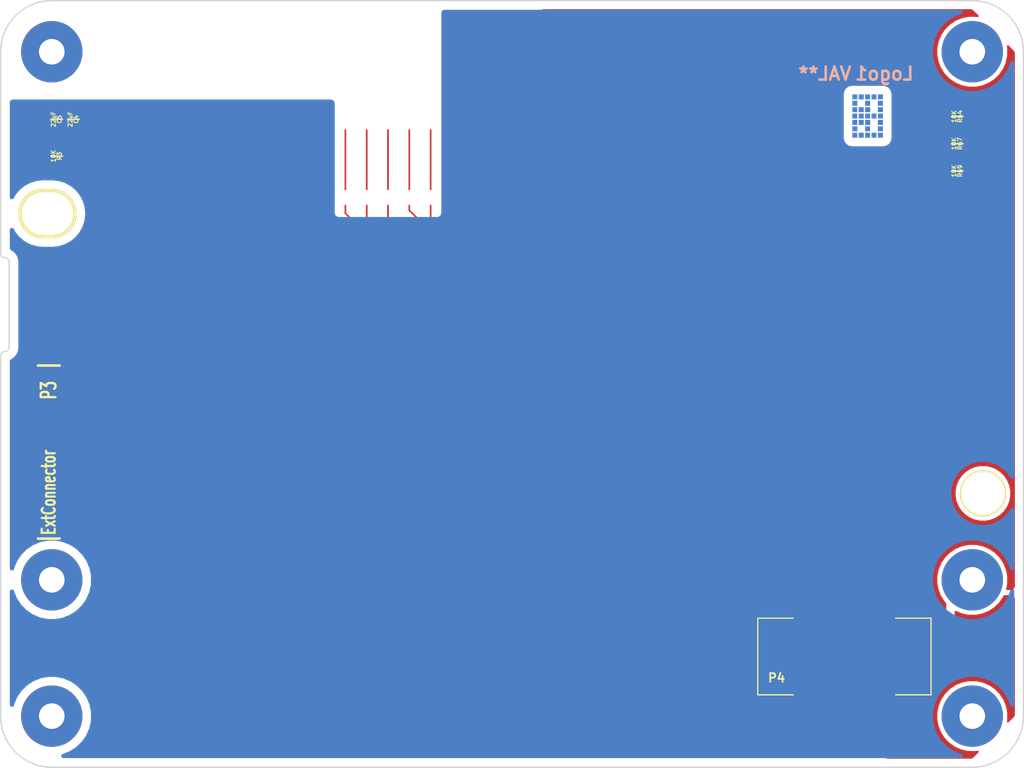
<source format=kicad_pcb>
(kicad_pcb (version 4) (host pcbnew 4.0.6-e0-6349~53~ubuntu14.04.1)

  (general
    (links 0)
    (no_connects 2)
    (area 44.599999 42.6 230.900001 150.100001)
    (thickness 2.5)
    (drawings 46)
    (tracks 817)
    (zones 0)
    (modules 17)
    (nets 32)
  )

  (page A4)
  (title_block
    (title SBMS40)
    (rev 02)
    (company "Electrodacus (Schematic and PCB layout released under CC-BY-SA 3.0 licence)")
  )

  (layers
    (0 F.Cu signal hide)
    (31 B.Cu signal)
    (32 B.Adhes user)
    (33 F.Adhes user)
    (34 B.Paste user)
    (35 F.Paste user)
    (36 B.SilkS user)
    (37 F.SilkS user hide)
    (38 B.Mask user)
    (39 F.Mask user)
    (42 Eco1.User user hide)
    (43 Eco2.User user)
    (44 Edge.Cuts user)
  )

  (setup
    (last_trace_width 0.198)
    (user_trace_width 0.198)
    (user_trace_width 0.2)
    (user_trace_width 0.25)
    (user_trace_width 0.3)
    (user_trace_width 0.5)
    (user_trace_width 0.7)
    (user_trace_width 1)
    (user_trace_width 1.2)
    (trace_clearance 0.2)
    (zone_clearance 1)
    (zone_45_only yes)
    (trace_min 0.198)
    (segment_width 0.2)
    (edge_width 0.15)
    (via_size 0.7)
    (via_drill 0.3)
    (via_min_size 0.5)
    (via_min_drill 0.3)
    (user_via 0.7 0.3)
    (user_via 1 0.6)
    (uvia_size 0.508)
    (uvia_drill 0.127)
    (uvias_allowed no)
    (uvia_min_size 0.5)
    (uvia_min_drill 0.1)
    (pcb_text_width 0.3)
    (pcb_text_size 1.5 1.5)
    (mod_edge_width 0.15)
    (mod_text_size 1.5 1.5)
    (mod_text_width 0.15)
    (pad_size 0.7 1.1)
    (pad_drill 0)
    (pad_to_mask_clearance 0.03)
    (solder_mask_min_width 0.1)
    (pad_to_paste_clearance_ratio -0.02)
    (aux_axis_origin 50 150)
    (visible_elements FFFFFC0F)
    (pcbplotparams
      (layerselection 0x01040_80000000)
      (usegerberextensions true)
      (gerberprecision 5)
      (excludeedgelayer true)
      (linewidth 0.100000)
      (plotframeref false)
      (viasonmask false)
      (mode 1)
      (useauxorigin true)
      (hpglpennumber 1)
      (hpglpenspeed 20)
      (hpglpendiameter 15)
      (hpglpenoverlay 2)
      (psnegative false)
      (psa4output false)
      (plotreference false)
      (plotvalue false)
      (plotinvisibletext false)
      (padsonsilk false)
      (subtractmaskfromsilk false)
      (outputformat 1)
      (mirror false)
      (drillshape 0)
      (scaleselection 1)
      (outputdirectory SBMS40-v02b/))
  )

  (net 0 "")
  (net 1 /ADC1N)
  (net 2 /ADC1P)
  (net 3 /BAT+)
  (net 4 /BAT0)
  (net 5 /BAT1)
  (net 6 /BAT2)
  (net 7 /BAT3)
  (net 8 /BAT4)
  (net 9 /BAT5)
  (net 10 /BAT6)
  (net 11 /BAT7)
  (net 12 /CPV1P)
  (net 13 /CPV2P)
  (net 14 /CSI1a)
  (net 15 /CSI2a)
  (net 16 /ESPRST)
  (net 17 /LDMON)
  (net 18 /PV+)
  (net 19 /PV1)
  (net 20 /PV2)
  (net 21 /TEMPO)
  (net 22 /VDD33)
  (net 23 /XT1)
  (net 24 GND)
  (net 25 "Net-(D7-Pad1)")
  (net 26 "Net-(F1-Pad2)")
  (net 27 "Net-(OPTO1-Pad4)")
  (net 28 "Net-(OPTO1-Pad3)")
  (net 29 "Net-(OPTO2-Pad4)")
  (net 30 "Net-(OPTO2-Pad3)")
  (net 31 "Net-(R64-Pad2)")

  (net_class Default "This is the default net class."
    (clearance 0.2)
    (trace_width 0.198)
    (via_dia 0.7)
    (via_drill 0.3)
    (uvia_dia 0.508)
    (uvia_drill 0.127)
    (add_net /ADC1N)
    (add_net /ADC1P)
    (add_net /BAT+)
    (add_net /BAT0)
    (add_net /BAT1)
    (add_net /BAT2)
    (add_net /BAT3)
    (add_net /BAT4)
    (add_net /BAT5)
    (add_net /BAT6)
    (add_net /BAT7)
    (add_net /ESPRST)
    (add_net /TEMPO)
    (add_net /VDD33)
    (add_net /XT1)
    (add_net GND)
    (add_net "Net-(F1-Pad2)")
    (add_net "Net-(OPTO1-Pad3)")
    (add_net "Net-(OPTO1-Pad4)")
    (add_net "Net-(OPTO2-Pad3)")
    (add_net "Net-(OPTO2-Pad4)")
    (add_net "Net-(R64-Pad2)")
  )

  (module H1-5mm locked (layer F.Cu) (tedit 557CC5F5) (tstamp 594DD0A1)
    (at 165.25 117.85)
    (path Hole-large)
    (fp_text reference "" (at -0.27432 -2.94894) (layer F.SilkS) hide
      (effects (font (thickness 0.3048)))
    )
    (fp_text value "" (at 5.02412 -2.99974) (layer F.SilkS) hide
      (effects (font (thickness 0.3048)))
    )
    (pad "" thru_hole circle (at 0 0) (size 5.4 5.4) (drill 5) (layers *.Cu *.Mask F.SilkS))
  )

  (module dacusnewlib:H1-3mm-7.2 locked (layer F.Cu) (tedit 5934618B) (tstamp 5948BCE2)
    (at 56 128)
    (fp_text reference "" (at -0.27432 -2.94894) (layer F.SilkS) hide
      (effects (font (thickness 0.3048)))
    )
    (fp_text value "" (at 5.02412 -2.99974) (layer F.SilkS) hide
      (effects (font (thickness 0.3048)))
    )
    (pad "" thru_hole circle (at 0 0) (size 7.2 7.2) (drill 3) (layers *.Cu))
    (pad "" smd circle (at 0 0) (size 6 6) (layers *.Mask))
  )

  (module dacusnewlib:H1-3mm-7.2 locked (layer F.Cu) (tedit 5934618B) (tstamp 5948BC4A)
    (at 164 128)
    (fp_text reference "" (at -0.27432 -2.94894) (layer F.SilkS) hide
      (effects (font (thickness 0.3048)))
    )
    (fp_text value "" (at 5.02412 -2.99974) (layer F.SilkS) hide
      (effects (font (thickness 0.3048)))
    )
    (pad "" thru_hole circle (at 0 0) (size 7.2 7.2) (drill 3) (layers *.Cu))
    (pad "" smd circle (at 0 0) (size 6 6) (layers *.Mask))
  )

  (module dacusnewlib:H1-3mm-7.2 locked (layer F.Cu) (tedit 5934618B) (tstamp 59475B78)
    (at 164 144)
    (fp_text reference "" (at -0.27432 -2.94894) (layer F.SilkS) hide
      (effects (font (thickness 0.3048)))
    )
    (fp_text value "" (at 5.02412 -2.99974) (layer F.SilkS) hide
      (effects (font (thickness 0.3048)))
    )
    (pad "" thru_hole circle (at 0 0) (size 7.2 7.2) (drill 3) (layers *.Cu))
    (pad "" smd circle (at 0 0) (size 6 6) (layers *.Mask))
  )

  (module dacusnewlib:SM0805-dac (layer F.Cu) (tedit 557A3607) (tstamp 58E07991)
    (at 58.55 73.93 270)
    (path /557E5D24)
    (attr smd)
    (fp_text reference C4 (at 0 -0.3175 270) (layer F.SilkS)
      (effects (font (size 0.50038 0.50038) (thickness 0.10922)))
    )
    (fp_text value 22uF (at 0 0.381 270) (layer F.SilkS)
      (effects (font (size 0.50038 0.50038) (thickness 0.10922)))
    )
    (fp_line (start 0 -0.7) (end 0 0.7) (layer F.SilkS) (width 0.15))
    (pad 1 smd rect (at -0.95 0 270) (size 0.9 1.4) (layers F.Cu F.Paste F.Mask)
      (net 24 GND))
    (pad 2 smd rect (at 0.95 0 270) (size 0.9 1.4) (layers F.Cu F.Paste F.Mask)
      (net 22 /VDD33))
    (model smd/chip_cms.wrl
      (at (xyz 0 0 0))
      (scale (xyz 0.1 0.1 0.1))
      (rotate (xyz 0 0 0))
    )
  )

  (module dacusnewlib:SM0805-dac (layer F.Cu) (tedit 557A3607) (tstamp 58E07997)
    (at 56.58 73.93 270)
    (path /557E5D0A)
    (attr smd)
    (fp_text reference C5 (at 0 -0.3175 270) (layer F.SilkS)
      (effects (font (size 0.50038 0.50038) (thickness 0.10922)))
    )
    (fp_text value 22uF (at 0 0.381 270) (layer F.SilkS)
      (effects (font (size 0.50038 0.50038) (thickness 0.10922)))
    )
    (fp_line (start 0 -0.7) (end 0 0.7) (layer F.SilkS) (width 0.15))
    (pad 1 smd rect (at -0.95 0 270) (size 0.9 1.4) (layers F.Cu F.Paste F.Mask)
      (net 24 GND))
    (pad 2 smd rect (at 0.95 0 270) (size 0.9 1.4) (layers F.Cu F.Paste F.Mask)
      (net 22 /VDD33))
    (model smd/chip_cms.wrl
      (at (xyz 0 0 0))
      (scale (xyz 0.1 0.1 0.1))
      (rotate (xyz 0 0 0))
    )
  )

  (module dacusnewlib:SMD-8-dac1 locked (layer F.Cu) (tedit 579ECE7A) (tstamp 58E07D0E)
    (at 55.65 113 270)
    (descr "Connecteur 8 pins")
    (tags "CONN DEV")
    (path /58CE7E8B)
    (fp_text reference P3 (at -7.25678 0.00508 270) (layer F.SilkS)
      (effects (font (size 1.72974 1.08712) (thickness 0.3048)))
    )
    (fp_text value ExtConnector (at 4.7371 0 270) (layer F.SilkS)
      (effects (font (size 1.524 1.016) (thickness 0.3048)))
    )
    (fp_line (start 10.16 -1.27) (end 10.16 1.27) (layer F.SilkS) (width 0.3048))
    (fp_line (start -10.16 1.27) (end -10.16 -1.27) (layer F.SilkS) (width 0.3048))
    (pad 4 smd rect (at -1.25 3.55 270) (size 1.5 1.8) (layers F.Cu F.Paste F.Mask)
      (net 23 /XT1))
    (pad 5 smd rect (at 1.25 3.55 270) (size 1.5 1.8) (layers F.Cu F.Paste F.Mask)
      (net 28 "Net-(OPTO1-Pad3)"))
    (pad 6 smd rect (at 3.75 3.55 270) (size 1.5 1.8) (layers F.Cu F.Paste F.Mask)
      (net 27 "Net-(OPTO1-Pad4)"))
    (pad 7 smd rect (at 6.25 3.55 270) (size 1.5 1.8) (layers F.Cu F.Paste F.Mask)
      (net 30 "Net-(OPTO2-Pad3)"))
    (pad 3 smd rect (at -3.75 3.55 270) (size 1.5 1.8) (layers F.Cu F.Paste F.Mask)
      (net 26 "Net-(F1-Pad2)"))
    (pad 2 smd rect (at -6.25 3.55 270) (size 1.5 1.8) (layers F.Cu F.Paste F.Mask)
      (net 2 /ADC1P))
    (pad 1 smd rect (at -8.75 3.55 270) (size 1.5 1.8) (layers F.Cu F.Paste F.Mask)
      (net 1 /ADC1N))
    (pad 8 smd rect (at 8.75 3.55 270) (size 1.5 1.8) (layers F.Cu F.Paste F.Mask)
      (net 29 "Net-(OPTO2-Pad4)"))
    (pad 1 smd rect (at -8.75 -3.55 270) (size 1.2 1.8) (layers F.Cu F.Paste F.Mask)
      (net 1 /ADC1N))
    (pad 2 smd rect (at -6.25 -3.55 270) (size 1.2 1.8) (layers F.Cu F.Paste F.Mask)
      (net 2 /ADC1P))
    (pad 3 smd rect (at -3.75 -3.55 270) (size 1.2 1.8) (layers F.Cu F.Paste F.Mask)
      (net 26 "Net-(F1-Pad2)"))
    (pad 4 smd rect (at -1.25 -3.55 270) (size 1.2 1.8) (layers F.Cu F.Paste F.Mask)
      (net 23 /XT1))
    (pad 5 smd rect (at 1.25 -3.55 270) (size 1.2 1.8) (layers F.Cu F.Paste F.Mask)
      (net 28 "Net-(OPTO1-Pad3)"))
    (pad 6 smd rect (at 3.75 -3.55 270) (size 1.2 1.8) (layers F.Cu F.Paste F.Mask)
      (net 27 "Net-(OPTO1-Pad4)"))
    (pad 7 smd rect (at 6.25 -3.55 270) (size 1.2 1.8) (layers F.Cu F.Paste F.Mask)
      (net 30 "Net-(OPTO2-Pad3)"))
    (pad 8 smd rect (at 8.75 -3.55 270) (size 1.2 1.8) (layers F.Cu F.Paste F.Mask)
      (net 29 "Net-(OPTO2-Pad4)"))
  )

  (module dacusnewlib:5x2_SMD-dac locked (layer F.Cu) (tedit 5579364D) (tstamp 58E07D23)
    (at 149 137 180)
    (descr "Double rangee de contacts 2 x 5 pins")
    (tags CONN)
    (path /510ED507)
    (fp_text reference P4 (at 7.96 -2.51 180) (layer F.SilkS)
      (effects (font (size 1.016 1.016) (thickness 0.2032)))
    )
    (fp_text value CellMon (at 0.01 -0.05 180) (layer F.SilkS) hide
      (effects (font (size 1.016 1.016) (thickness 0.2032)))
    )
    (fp_line (start 10.16 4.5) (end 6 4.5) (layer F.SilkS) (width 0.15))
    (fp_line (start 10.15 -4.5) (end 6 -4.5) (layer F.SilkS) (width 0.15))
    (fp_line (start -10.16 4.5) (end -6 4.5) (layer F.SilkS) (width 0.15))
    (fp_line (start -10.16 -4.5) (end -6 -4.5) (layer F.SilkS) (width 0.15))
    (fp_line (start -10.16 -4.5) (end -10.16 4.5) (layer F.SilkS) (width 0.15))
    (fp_line (start 10.16 -4.5) (end 10.16 4.5) (layer F.SilkS) (width 0.15))
    (pad 1 smd rect (at -5.08 3.67 180) (size 0.9 4.8) (layers F.Cu F.Paste F.Mask)
      (net 24 GND))
    (pad 2 smd rect (at -5.08 -3.67 180) (size 0.9 4.8) (layers F.Cu F.Paste F.Mask)
      (net 4 /BAT0))
    (pad 3 smd rect (at -2.54 3.67 180) (size 0.9 4.8) (layers F.Cu F.Paste F.Mask)
      (net 5 /BAT1))
    (pad 4 smd rect (at -2.54 -3.67 180) (size 0.9 4.8) (layers F.Cu F.Paste F.Mask)
      (net 6 /BAT2))
    (pad 5 smd rect (at 0 3.67 180) (size 0.9 4.8) (layers F.Cu F.Paste F.Mask)
      (net 7 /BAT3))
    (pad 6 smd rect (at 0 -3.67 180) (size 0.9 4.8) (layers F.Cu F.Paste F.Mask)
      (net 8 /BAT4))
    (pad 7 smd rect (at 2.54 3.67 180) (size 0.9 4.8) (layers F.Cu F.Paste F.Mask)
      (net 9 /BAT5))
    (pad 8 smd rect (at 2.54 -3.67 180) (size 0.9 4.8) (layers F.Cu F.Paste F.Mask)
      (net 10 /BAT6))
    (pad 9 smd rect (at 5.08 3.67 180) (size 0.9 4.8) (layers F.Cu F.Paste F.Mask)
      (net 11 /BAT7))
    (pad 10 smd rect (at 5.08 -3.67 180) (size 0.9 4.8) (layers F.Cu F.Paste F.Mask)
      (net 3 /BAT+))
    (model pin_array/pins_array_5x2.wrl
      (at (xyz 0 0 0))
      (scale (xyz 1 1 1))
      (rotate (xyz 0 0 0))
    )
  )

  (module dacusnewlib:SM0805-dac (layer F.Cu) (tedit 557A3607) (tstamp 58E0844C)
    (at 56.58 78.25 270)
    (path /5575934A)
    (attr smd)
    (fp_text reference R3 (at 0 -0.3175 270) (layer F.SilkS)
      (effects (font (size 0.50038 0.50038) (thickness 0.10922)))
    )
    (fp_text value 10K (at 0 0.381 270) (layer F.SilkS)
      (effects (font (size 0.50038 0.50038) (thickness 0.10922)))
    )
    (fp_line (start 0 -0.7) (end 0 0.7) (layer F.SilkS) (width 0.15))
    (pad 1 smd rect (at -0.95 0 270) (size 0.9 1.4) (layers F.Cu F.Paste F.Mask)
      (net 22 /VDD33))
    (pad 2 smd rect (at 0.95 0 270) (size 0.9 1.4) (layers F.Cu F.Paste F.Mask)
      (net 16 /ESPRST))
    (model smd/chip_cms.wrl
      (at (xyz 0 0 0))
      (scale (xyz 0.1 0.1 0.1))
      (rotate (xyz 0 0 0))
    )
  )

  (module dacusnewlib:SM0805-dac (layer F.Cu) (tedit 557A3607) (tstamp 58E086B8)
    (at 162.24 73.6 270)
    (path /55761F59)
    (attr smd)
    (fp_text reference R64 (at 0 -0.3175 270) (layer F.SilkS)
      (effects (font (size 0.50038 0.50038) (thickness 0.10922)))
    )
    (fp_text value 10K (at 0 0.381 270) (layer F.SilkS)
      (effects (font (size 0.50038 0.50038) (thickness 0.10922)))
    )
    (fp_line (start 0 -0.7) (end 0 0.7) (layer F.SilkS) (width 0.15))
    (pad 1 smd rect (at -0.95 0 270) (size 0.9 1.4) (layers F.Cu F.Paste F.Mask)
      (net 21 /TEMPO))
    (pad 2 smd rect (at 0.95 0 270) (size 0.9 1.4) (layers F.Cu F.Paste F.Mask)
      (net 31 "Net-(R64-Pad2)"))
    (model smd/chip_cms.wrl
      (at (xyz 0 0 0))
      (scale (xyz 0.1 0.1 0.1))
      (rotate (xyz 0 0 0))
    )
  )

  (module dacusnewlib:SM0805-dac (layer F.Cu) (tedit 557A3607) (tstamp 58E086CA)
    (at 162.24 76.8 270)
    (path /55761F77)
    (attr smd)
    (fp_text reference R67 (at 0 -0.3175 270) (layer F.SilkS)
      (effects (font (size 0.50038 0.50038) (thickness 0.10922)))
    )
    (fp_text value 10K (at 0 0.381 270) (layer F.SilkS)
      (effects (font (size 0.50038 0.50038) (thickness 0.10922)))
    )
    (fp_line (start 0 -0.7) (end 0 0.7) (layer F.SilkS) (width 0.15))
    (pad 1 smd rect (at -0.95 0 270) (size 0.9 1.4) (layers F.Cu F.Paste F.Mask)
      (net 31 "Net-(R64-Pad2)"))
    (pad 2 smd rect (at 0.95 0 270) (size 0.9 1.4) (layers F.Cu F.Paste F.Mask)
      (net 23 /XT1))
    (model smd/chip_cms.wrl
      (at (xyz 0 0 0))
      (scale (xyz 0.1 0.1 0.1))
      (rotate (xyz 0 0 0))
    )
  )

  (module dacusnewlib:SM0805-dac (layer F.Cu) (tedit 557A3607) (tstamp 58E086D6)
    (at 162.24 80 270)
    (path /55761F95)
    (attr smd)
    (fp_text reference R69 (at 0 -0.3175 270) (layer F.SilkS)
      (effects (font (size 0.50038 0.50038) (thickness 0.10922)))
    )
    (fp_text value 10K (at 0 0.381 270) (layer F.SilkS)
      (effects (font (size 0.50038 0.50038) (thickness 0.10922)))
    )
    (fp_line (start 0 -0.7) (end 0 0.7) (layer F.SilkS) (width 0.15))
    (pad 1 smd rect (at -0.95 0 270) (size 0.9 1.4) (layers F.Cu F.Paste F.Mask)
      (net 23 /XT1))
    (pad 2 smd rect (at 0.95 0 270) (size 0.9 1.4) (layers F.Cu F.Paste F.Mask)
      (net 24 GND))
    (model smd/chip_cms.wrl
      (at (xyz 0 0 0))
      (scale (xyz 0.1 0.1 0.1))
      (rotate (xyz 0 0 0))
    )
  )

  (module dacusnewlib:Logo1 locked (layer B.Cu) (tedit 5155EFD5) (tstamp 58E48C31)
    (at 153.67072 76.25072 180)
    (fp_text reference Logo1 (at 0 7.67588 180) (layer B.SilkS)
      (effects (font (thickness 0.3048)) (justify mirror))
    )
    (fp_text value VAL** (at 6.97484 7.67588 180) (layer B.SilkS)
      (effects (font (thickness 0.3048)) (justify mirror))
    )
    (pad 40 smd rect (at 0.44958 0.44958 180) (size 0.58928 0.58928) (layers B.Cu))
    (pad 43 smd rect (at 0.44958 1.19888 180) (size 0.58928 0.58928) (layers B.Cu))
    (pad 44 smd rect (at 0.44958 1.95072 180) (size 0.58928 0.58928) (layers B.Cu))
    (pad 45 smd rect (at 0.44958 2.70002 180) (size 0.58928 0.58928) (layers B.Cu))
    (pad 46 smd rect (at 0.44958 3.44932 180) (size 0.58928 0.58928) (layers B.Cu))
    (pad 47 smd rect (at 0.44958 4.20116 180) (size 0.58928 0.58928) (layers B.Cu))
    (pad 48 smd rect (at 0.44958 4.95046 180) (size 0.58928 0.58928) (layers B.Cu))
    (pad 49 smd rect (at 1.19888 0.44958 180) (size 0.58928 0.58928) (layers B.Cu))
    (pad 50 smd rect (at 1.19888 2.70002 180) (size 0.58928 0.58928) (layers B.Cu))
    (pad 51 smd rect (at 1.19888 4.95046 180) (size 0.58928 0.58928) (layers B.Cu))
    (pad 52 smd rect (at 1.95072 0.44958 180) (size 0.58928 0.58928) (layers B.Cu))
    (pad 53 smd rect (at 1.95072 1.19888 180) (size 0.58928 0.58928) (layers B.Cu))
    (pad 54 smd rect (at 1.95072 1.95072 180) (size 0.58928 0.58928) (layers B.Cu))
    (pad 55 smd rect (at 1.95072 2.70002 180) (size 0.58928 0.58928) (layers B.Cu))
    (pad 56 smd rect (at 1.95072 3.44932 180) (size 0.58928 0.58928) (layers B.Cu))
    (pad 57 smd rect (at 1.95072 4.20116 180) (size 0.58928 0.58928) (layers B.Cu))
    (pad 58 smd rect (at 1.95072 4.95046 180) (size 0.58928 0.58928) (layers B.Cu))
    (pad 59 smd rect (at 2.70002 0.44958 180) (size 0.58928 0.58928) (layers B.Cu))
    (pad 60 smd rect (at 2.70002 1.95072 180) (size 0.58928 0.58928) (layers B.Cu))
    (pad 61 smd rect (at 2.70002 2.70002 180) (size 0.58928 0.58928) (layers B.Cu))
    (pad 62 smd rect (at 2.70002 3.44932 180) (size 0.58928 0.58928) (layers B.Cu))
    (pad 63 smd rect (at 2.70002 4.95046 180) (size 0.58928 0.58928) (layers B.Cu))
    (pad 64 smd rect (at 3.44932 0.44958 180) (size 0.58928 0.58928) (layers B.Cu))
    (pad 65 smd rect (at 3.44932 1.19888 180) (size 0.58928 0.58928) (layers B.Cu))
    (pad 66 smd rect (at 3.44932 1.95072 180) (size 0.58928 0.58928) (layers B.Cu))
    (pad 67 smd rect (at 3.44932 2.70002 180) (size 0.58928 0.58928) (layers B.Cu))
    (pad 68 smd rect (at 3.44932 3.44932 180) (size 0.58928 0.58928) (layers B.Cu))
    (pad 69 smd rect (at 3.44932 4.20116 180) (size 0.58928 0.58928) (layers B.Cu))
    (pad 70 smd rect (at 3.44932 4.95046 180) (size 0.58928 0.58928) (layers B.Cu))
  )

  (module dacusnewlib:H1-3mm-7.2 locked (layer F.Cu) (tedit 5934618B) (tstamp 58E5B0AD)
    (at 56 144)
    (fp_text reference "" (at -0.27432 -2.94894) (layer F.SilkS) hide
      (effects (font (thickness 0.3048)))
    )
    (fp_text value "" (at 5.02412 -2.99974) (layer F.SilkS) hide
      (effects (font (thickness 0.3048)))
    )
    (pad "" thru_hole circle (at 0 0) (size 7.2 7.2) (drill 3) (layers *.Cu))
    (pad "" smd circle (at 0 0) (size 6 6) (layers *.Mask))
  )

  (module dacusnewlib:H1-5x6mm locked (layer F.Cu) (tedit 59504BE6) (tstamp 58D75F2B)
    (at 55.5 85)
    (path Hole-large)
    (fp_text reference "" (at -0.27432 -2.94894) (layer F.SilkS) hide
      (effects (font (thickness 0.3048)))
    )
    (fp_text value "" (at 5.02412 -2.99974) (layer F.SilkS) hide
      (effects (font (thickness 0.3048)))
    )
    (pad "" thru_hole oval (at 0 0) (size 6.8 5.8) (drill oval 6 5) (layers *.Cu *.Mask F.SilkS))
  )

  (module dacusnewlib:H1-3mm-7.2 locked (layer F.Cu) (tedit 5934618B) (tstamp 58E5B0D8)
    (at 56 66)
    (fp_text reference "" (at -0.27432 -2.94894) (layer F.SilkS) hide
      (effects (font (thickness 0.3048)))
    )
    (fp_text value "" (at 5.02412 -2.99974) (layer F.SilkS) hide
      (effects (font (thickness 0.3048)))
    )
    (pad "" thru_hole circle (at 0 0) (size 7.2 7.2) (drill 3) (layers *.Cu))
    (pad "" smd circle (at 0 0) (size 6 6) (layers *.Mask))
  )

  (module dacusnewlib:H1-3mm-7.2 locked (layer F.Cu) (tedit 5934618B) (tstamp 58E5B0B8)
    (at 164 66)
    (fp_text reference "" (at -0.27432 -2.94894) (layer F.SilkS) hide
      (effects (font (thickness 0.3048)))
    )
    (fp_text value "" (at 5.02412 -2.99974) (layer F.SilkS) hide
      (effects (font (thickness 0.3048)))
    )
    (pad "" thru_hole circle (at 0 0) (size 7.2 7.2) (drill 3) (layers *.Cu))
    (pad "" smd circle (at 0 0) (size 6 6) (layers *.Mask))
  )

  (gr_line (start 51 100.7) (end 51 90.7) (layer Edge.Cuts) (width 0.15))
  (gr_arc (start 50.5 100.7) (end 51 100.7) (angle 90) (layer Edge.Cuts) (width 0.15))
  (gr_arc (start 50.5 101.7) (end 50 101.7) (angle 90) (layer Edge.Cuts) (width 0.15))
  (gr_line (start 110.76 109.69) (end 110.76 114.16) (layer Eco1.User) (width 0.2))
  (gr_line (start 102.76 109.69) (end 102.76 113.16) (layer Eco1.User) (width 0.2))
  (gr_line (start 94.76 109.69) (end 94.76 113.48) (layer Eco1.User) (width 0.2))
  (gr_line (start 170 66) (end 170 144) (layer Edge.Cuts) (width 0.15))
  (gr_line (start 56 60) (end 164 60) (layer Edge.Cuts) (width 0.15))
  (gr_line (start 44.7 65) (end 230.8 65) (layer Eco1.User) (width 0.2))
  (gr_line (start 50 60) (end 50 150) (layer Eco1.User) (width 0.2))
  (gr_line (start 170 60) (end 50 60) (layer Eco1.User) (width 0.2))
  (gr_line (start 170 150) (end 170 60) (layer Eco1.User) (width 0.2))
  (gr_line (start 50 150) (end 170 150) (layer Eco1.User) (width 0.2))
  (gr_line (start 50 101.7) (end 50 144) (layer Edge.Cuts) (width 0.15))
  (gr_line (start 50 66) (end 50 89.7) (layer Edge.Cuts) (width 0.15))
  (gr_arc (start 50.5 89.7) (end 50.5 90.2) (angle 90) (layer Edge.Cuts) (width 0.15))
  (gr_arc (start 50.5 90.7) (end 50.5 90.2) (angle 90) (layer Edge.Cuts) (width 0.15))
  (gr_text 5 (at 216 137.5) (layer In4.Cu)
    (effects (font (size 1.25 1.25) (thickness 0.25)))
  )
  (gr_text 4 (at 216 135.5) (layer In3.Cu)
    (effects (font (size 1.25 1.25) (thickness 0.25)))
  )
  (gr_text v02b (at 87.87 98.71) (layer F.Cu)
    (effects (font (size 1.25 1.25) (thickness 0.25)))
  )
  (gr_text SBMS40 (at 86.42 96.99) (layer F.Cu)
    (effects (font (size 1.25 1.25) (thickness 0.25)))
  )
  (gr_line (start 79.36 77.26) (end 84.46 77.26) (angle 90) (layer Eco1.User) (width 0.2))
  (gr_line (start 75 94.8) (end 75 86.46) (angle 90) (layer Eco1.User) (width 0.2))
  (gr_line (start 60.72 88.34) (end 60.71 88.34) (angle 90) (layer Eco1.User) (width 0.2))
  (gr_line (start 60.72 97.64) (end 60.72 88.34) (angle 90) (layer Eco1.User) (width 0.2))
  (gr_line (start 56.35 97.64) (end 66.4 97.64) (angle 90) (layer Eco1.User) (width 0.2))
  (gr_line (start 93 116.53) (end 93 121.8) (angle 90) (layer Eco1.User) (width 0.2))
  (gr_line (start 109 116.75) (end 109 122.32) (angle 90) (layer Eco1.User) (width 0.2))
  (gr_line (start 110.76 104.82) (end 110.76 110.63) (angle 90) (layer Eco1.User) (width 0.2))
  (gr_line (start 124.47 114) (end 159.32 114) (angle 90) (layer Eco1.User) (width 0.2))
  (gr_line (start 123.25 79.94) (end 123.25 125.58) (angle 90) (layer Eco1.User) (width 0.2))
  (gr_line (start 87.86 58.7) (end 87.86 119) (angle 90) (layer Eco1.User) (width 0.2))
  (gr_line (start 214 111.5) (end 56 111.5) (angle 90) (layer Eco1.User) (width 0.2))
  (gr_arc (start 56 117.5) (end 50 117.5) (angle 90) (layer Eco1.User) (width 0.2))
  (gr_arc (start 164 128) (end 164 122) (angle 90) (layer Eco1.User) (width 0.2))
  (gr_arc (start 56 66) (end 50 66) (angle 90) (layer Edge.Cuts) (width 0.15))
  (gr_arc (start 164 66) (end 164 60) (angle 90) (layer Edge.Cuts) (width 0.15))
  (gr_arc (start 164 144) (end 170 144) (angle 90) (layer Edge.Cuts) (width 0.15))
  (gr_arc (start 56 144) (end 56 150) (angle 90) (layer Edge.Cuts) (width 0.15))
  (gr_line (start 50 145) (end 220 145) (angle 90) (layer Eco1.User) (width 0.2))
  (gr_line (start 59.4 123.23) (end 59.41 123.23) (angle 90) (layer Eco1.User) (width 0.2))
  (gr_line (start 66.4 92.97) (end 66.4 123.23) (angle 90) (layer Eco1.User) (width 0.2))
  (gr_line (start 50 92.97) (end 66.4 92.97) (angle 90) (layer Eco1.User) (width 0.2))
  (gr_line (start 49.99 123.23) (end 67.17 123.23) (angle 90) (layer Eco1.User) (width 0.2))
  (gr_line (start 55 150) (end 55 59.6) (angle 90) (layer Eco1.User) (width 0.2))
  (gr_line (start 56 150) (end 164 150) (angle 90) (layer Edge.Cuts) (width 0.15))

  (segment (start 78.9 100) (end 75.35 100) (width 0.198) (layer F.Cu) (net 0) (tstamp 58DA0A0F))
  (segment (start 75.35 100) (end 74.35 99) (width 0.198) (layer F.Cu) (net 0) (tstamp 58DA0A10))
  (segment (start 72.9 99) (end 74.35 99) (width 0.198) (layer F.Cu) (net 0) (tstamp 58DA0A1A))
  (segment (start 107.13 92.88) (end 108.96 92.88) (width 0.198) (layer F.Cu) (net 0) (tstamp 58DB3349))
  (segment (start 104.32 95.69) (end 107.13 92.88) (width 0.198) (layer F.Cu) (net 0) (tstamp 58DB3348))
  (segment (start 69.45 98.9) (end 69.45 97) (width 0.198) (layer F.Cu) (net 0))
  (segment (start 72.9 99) (end 70.2 99) (width 0.198) (layer F.Cu) (net 0))
  (segment (start 70.1 98.9) (end 69.45 98.9) (width 0.198) (layer F.Cu) (net 0) (tstamp 58DA0FEE))
  (segment (start 70.2 99) (end 70.1 98.9) (width 0.198) (layer F.Cu) (net 0) (tstamp 58DA0FE7))
  (segment (start 102.5 112.72) (end 103.92 114.14) (width 0.198) (layer F.Cu) (net 0))
  (segment (start 103.92 114.14) (end 103.92 117.84) (width 0.198) (layer F.Cu) (net 0))
  (segment (start 86.86 122) (end 103.428 122) (width 0.198) (layer F.Cu) (net 0))
  (segment (start 103.428 122) (end 103.63 122.202) (width 0.198) (layer F.Cu) (net 0))
  (segment (start 103.63 122.202) (end 103.63 122.9) (width 0.198) (layer F.Cu) (net 0))
  (segment (start 80.847 122) (end 86.86 122) (width 0.198) (layer F.Cu) (net 0))
  (segment (start 86.595 121) (end 86.595 121.748) (width 0.198) (layer F.Cu) (net 0))
  (segment (start 86.595 121.748) (end 86.847 122) (width 0.198) (layer F.Cu) (net 0))
  (segment (start 86.847 122) (end 86.86 122) (width 0.198) (layer F.Cu) (net 0))
  (segment (start 80.595 121) (end 80.595 121.748) (width 0.198) (layer F.Cu) (net 0))
  (segment (start 80.595 121.748) (end 80.847 122) (width 0.198) (layer F.Cu) (net 0))
  (segment (start 104.71 122.9) (end 105.06 123.25) (width 0.198) (layer F.Cu) (net 0))
  (segment (start 105.06 123.25) (end 105.98 123.25) (width 0.198) (layer F.Cu) (net 0))
  (segment (start 103.63 122.9) (end 104.71 122.9) (width 0.198) (layer F.Cu) (net 0))
  (segment (start 103.63 122.9) (end 103.63 124.3) (width 0.198) (layer F.Cu) (net 0))
  (segment (start 103.63 124.3) (end 103.73 124.4) (width 0.198) (layer F.Cu) (net 0))
  (segment (start 105.88 121.75) (end 105.88 123.15) (width 0.198) (layer F.Cu) (net 0))
  (segment (start 105.88 123.15) (end 105.98 123.25) (width 0.198) (layer F.Cu) (net 0))
  (segment (start 106.05 121.58) (end 105.88 121.75) (width 0.198) (layer F.Cu) (net 0) (tstamp 58DB2BE8))
  (segment (start 85.5 132.151) (end 85.5 131.191) (width 0.198) (layer F.Cu) (net 0))
  (segment (start 85.5 131.191) (end 85.891 130.8) (width 0.198) (layer F.Cu) (net 0))
  (segment (start 85.891 130.8) (end 92.92 130.8) (width 0.198) (layer F.Cu) (net 0))
  (segment (start 92.92 130.8) (end 94.62 129.1) (width 0.198) (layer F.Cu) (net 0))
  (segment (start 94.62 129.1) (end 105.92 129.1) (width 0.198) (layer F.Cu) (net 0))
  (segment (start 105.92 129.1) (end 107.7 127.32) (width 0.198) (layer F.Cu) (net 0))
  (segment (start 107.7 127.32) (end 107.7 116.07) (width 0.198) (layer F.Cu) (net 0))
  (segment (start 107.7 116.07) (end 102.97 111.34) (width 0.198) (layer F.Cu) (net 0))
  (segment (start 102.97 111.34) (end 102.97 111.06) (width 0.198) (layer F.Cu) (net 0))
  (segment (start 102.97 111.06) (end 103.36 110.67) (width 0.198) (layer F.Cu) (net 0))
  (segment (start 103.36 110.67) (end 105.01 110.67) (width 0.198) (layer F.Cu) (net 0))
  (segment (start 111.949 137) (end 112.909 137) (width 0.198) (layer F.Cu) (net 0))
  (segment (start 112.909 137) (end 113.35 136.559) (width 0.198) (layer F.Cu) (net 0))
  (segment (start 113.35 136.559) (end 113.35 129.8) (width 0.198) (layer F.Cu) (net 0))
  (segment (start 113.35 129.8) (end 112.65 129.1) (width 0.198) (layer F.Cu) (net 0))
  (segment (start 112.65 129.1) (end 110.2 129.1) (width 0.198) (layer F.Cu) (net 0))
  (segment (start 110.2 129.1) (end 108.4 127.3) (width 0.198) (layer F.Cu) (net 0))
  (segment (start 108.4 127.3) (end 108.4 114.67) (width 0.198) (layer F.Cu) (net 0))
  (segment (start 108.4 114.67) (end 110.14 112.93) (width 0.198) (layer F.Cu) (net 0))
  (segment (start 110.14 112.93) (end 110.14 111.61) (width 0.198) (layer F.Cu) (net 0))
  (segment (start 110.14 111.61) (end 110.14 111.115026) (width 0.198) (layer F.Cu) (net 0))
  (segment (start 110.14 111.115026) (end 109.694974 110.67) (width 0.198) (layer F.Cu) (net 0))
  (segment (start 109.694974 110.67) (end 109.343 110.67) (width 0.198) (layer F.Cu) (net 0))
  (segment (start 109.343 110.67) (end 108.51 110.67) (width 0.198) (layer F.Cu) (net 0))
  (segment (start 81.55 116.5) (end 81.55 115.45) (width 0.198) (layer F.Cu) (net 0))
  (segment (start 81.55 115.45) (end 82.5 114.5) (width 0.198) (layer F.Cu) (net 0))
  (segment (start 81.55 116.5) (end 90 116.5) (width 0.198) (layer F.Cu) (net 0))
  (segment (start 90 116.5) (end 91 115.5) (width 0.198) (layer F.Cu) (net 0))
  (segment (start 105.98 126.25) (end 105.98 127.15) (width 0.198) (layer F.Cu) (net 0))
  (segment (start 115.251 137) (end 114.291 137) (width 0.198) (layer F.Cu) (net 0))
  (segment (start 114.291 137) (end 113.85 136.559) (width 0.198) (layer F.Cu) (net 0))
  (segment (start 112.82 128.6) (end 110.5 128.6) (width 0.198) (layer F.Cu) (net 0))
  (segment (start 113.85 136.559) (end 113.85 129.63) (width 0.198) (layer F.Cu) (net 0))
  (segment (start 113.85 129.63) (end 112.82 128.6) (width 0.198) (layer F.Cu) (net 0))
  (segment (start 108.9 114.93) (end 111.38 112.45) (width 0.198) (layer F.Cu) (net 0))
  (segment (start 110.5 128.6) (end 108.9 127) (width 0.198) (layer F.Cu) (net 0))
  (segment (start 111.38 112.45) (end 111.38 111.61) (width 0.198) (layer F.Cu) (net 0))
  (segment (start 108.9 127) (end 108.9 114.93) (width 0.198) (layer F.Cu) (net 0))
  (segment (start 111.38 111.61) (end 111.38 111.115026) (width 0.198) (layer F.Cu) (net 0))
  (segment (start 111.38 111.115026) (end 111.825026 110.67) (width 0.198) (layer F.Cu) (net 0))
  (segment (start 111.825026 110.67) (end 112.177 110.67) (width 0.198) (layer F.Cu) (net 0))
  (segment (start 112.177 110.67) (end 113.01 110.67) (width 0.198) (layer F.Cu) (net 0))
  (segment (start 103.73 126.3) (end 105.93 126.3) (width 0.198) (layer F.Cu) (net 0))
  (segment (start 105.93 126.3) (end 105.98 126.25) (width 0.198) (layer F.Cu) (net 0))
  (segment (start 136.44 114.05) (end 136.04 114.05) (width 0.198) (layer F.Cu) (net 0))
  (segment (start 136.04 114.05) (end 134.14 112.15) (width 0.198) (layer F.Cu) (net 0) (tstamp 58DB162B))
  (segment (start 121.8 139.843) (end 121.8 133.84) (width 0.198) (layer F.Cu) (net 0))
  (segment (start 121.8 133.84) (end 121.8 127.83) (width 0.198) (layer F.Cu) (net 0))
  (segment (start 122.8 134.095) (end 122.052 134.095) (width 0.198) (layer F.Cu) (net 0))
  (segment (start 121.8 133.843) (end 121.8 133.84) (width 0.198) (layer F.Cu) (net 0))
  (segment (start 122.052 134.095) (end 121.8 133.843) (width 0.198) (layer F.Cu) (net 0))
  (segment (start 121.8 127.83) (end 121.8 122.347) (width 0.198) (layer F.Cu) (net 0))
  (segment (start 122.8 128.095) (end 122.052 128.095) (width 0.198) (layer F.Cu) (net 0))
  (segment (start 122.052 128.095) (end 121.8 127.843) (width 0.198) (layer F.Cu) (net 0))
  (segment (start 121.8 127.843) (end 121.8 127.83) (width 0.198) (layer F.Cu) (net 0))
  (segment (start 122.8 140.095) (end 122.052 140.095) (width 0.198) (layer F.Cu) (net 0))
  (segment (start 122.052 140.095) (end 121.8 139.843) (width 0.198) (layer F.Cu) (net 0))
  (segment (start 121.8 122.347) (end 122.052 122.095) (width 0.198) (layer F.Cu) (net 0))
  (segment (start 122.052 122.095) (end 122.8 122.095) (width 0.198) (layer F.Cu) (net 0))
  (segment (start 139.06 121.83) (end 138.39 122.5) (width 0.198) (layer F.Cu) (net 0))
  (segment (start 138.39 122.5) (end 137.5 122.5) (width 0.198) (layer F.Cu) (net 0))
  (segment (start 139.06 121.242) (end 139.06 121.83) (width 0.198) (layer F.Cu) (net 0))
  (segment (start 140.5 120.5) (end 139.802 120.5) (width 0.198) (layer F.Cu) (net 0))
  (segment (start 139.802 120.5) (end 139.06 121.242) (width 0.198) (layer F.Cu) (net 0))
  (segment (start 135.72 122.98) (end 137.02 122.98) (width 0.198) (layer F.Cu) (net 0))
  (segment (start 137.02 122.98) (end 137.5 122.5) (width 0.198) (layer F.Cu) (net 0))
  (segment (start 133.8 124.88) (end 133.8 124.232) (width 0.198) (layer F.Cu) (net 0))
  (segment (start 133.8 124.232) (end 134.092 123.94) (width 0.198) (layer F.Cu) (net 0))
  (segment (start 134.092 123.94) (end 135.408 123.94) (width 0.198) (layer F.Cu) (net 0))
  (segment (start 135.72 123.628) (end 135.72 122.98) (width 0.198) (layer F.Cu) (net 0))
  (segment (start 135.408 123.94) (end 135.72 123.628) (width 0.198) (layer F.Cu) (net 0))
  (segment (start 133.8 124.88) (end 132.902 124.88) (width 0.198) (layer F.Cu) (net 0))
  (segment (start 132.902 124.88) (end 129.232 121.21) (width 0.198) (layer F.Cu) (net 0))
  (segment (start 129.232 121.21) (end 123.112 121.21) (width 0.198) (layer F.Cu) (net 0))
  (segment (start 122.8 122.095) (end 122.8 121.522) (width 0.198) (layer F.Cu) (net 0))
  (segment (start 122.8 121.522) (end 123.112 121.21) (width 0.198) (layer F.Cu) (net 0))
  (segment (start 80.2 137.653) (end 80.2 143.653) (width 0.198) (layer F.Cu) (net 0))
  (segment (start 80.2 143.653) (end 79.948 143.905) (width 0.198) (layer F.Cu) (net 0))
  (segment (start 79.948 143.905) (end 79.2 143.905) (width 0.198) (layer F.Cu) (net 0))
  (segment (start 75.9 126.15) (end 75.9 127.79) (width 0.198) (layer F.Cu) (net 0))
  (segment (start 75.9 127.79) (end 80.2 132.09) (width 0.198) (layer F.Cu) (net 0))
  (segment (start 79.948 137.905) (end 79.2 137.905) (width 0.198) (layer F.Cu) (net 0))
  (segment (start 80.2 132.09) (end 80.2 137.653) (width 0.198) (layer F.Cu) (net 0))
  (segment (start 80.2 137.653) (end 79.948 137.905) (width 0.198) (layer F.Cu) (net 0))
  (segment (start 80.65 99.94) (end 80.65 89.595) (width 0.198) (layer F.Cu) (net 0))
  (segment (start 80.65 89.595) (end 80.38 89.325) (width 0.198) (layer F.Cu) (net 0) (tstamp 58E02CB2))
  (segment (start 72.9 101) (end 74.36 101) (width 0.198) (layer F.Cu) (net 0))
  (segment (start 80.65 100.23) (end 80.65 99.94) (width 0.198) (layer F.Cu) (net 0) (tstamp 58E02CA9))
  (segment (start 78.88 102) (end 80.65 100.23) (width 0.198) (layer F.Cu) (net 0) (tstamp 58E02C9C))
  (segment (start 75.36 102) (end 78.88 102) (width 0.198) (layer F.Cu) (net 0) (tstamp 58E02C94))
  (segment (start 74.36 101) (end 75.36 102) (width 0.198) (layer F.Cu) (net 0) (tstamp 58E02C8C))
  (segment (start 72.9 101) (end 70.3 101) (width 0.198) (layer F.Cu) (net 0))
  (segment (start 70.1 100.8) (end 69.45 100.8) (width 0.198) (layer F.Cu) (net 0) (tstamp 58DA0FE1))
  (segment (start 70.3 101) (end 70.1 100.8) (width 0.198) (layer F.Cu) (net 0) (tstamp 58DA0FDB))
  (segment (start 106.96 97.11) (end 107.38 96.69) (width 0.198) (layer F.Cu) (net 0) (tstamp 58DACD0A))
  (segment (start 106.96 97.11) (end 106.96 97.88) (width 0.198) (layer F.Cu) (net 0))
  (segment (start 100.46 93.38) (end 95.27 93.38) (width 0.198) (layer F.Cu) (net 0))
  (segment (start 95.27 93.38) (end 92.46 96.19) (width 0.198) (layer F.Cu) (net 0))
  (segment (start 92.46 96.19) (end 92.46 104.29) (width 0.198) (layer F.Cu) (net 0))
  (segment (start 92.46 104.29) (end 94.11 105.94) (width 0.198) (layer F.Cu) (net 0))
  (segment (start 94.11 105.94) (end 94.11 106.19) (width 0.198) (layer F.Cu) (net 0))
  (segment (start 94.11 106.19) (end 95.41 106.19) (width 0.198) (layer F.Cu) (net 0))
  (segment (start 91.7 102.4) (end 91.205026 102.4) (width 0.198) (layer F.Cu) (net 0))
  (segment (start 91.205026 102.4) (end 90.48 103.125026) (width 0.198) (layer F.Cu) (net 0))
  (segment (start 90.48 103.125026) (end 90.48 103.252) (width 0.198) (layer F.Cu) (net 0))
  (segment (start 90.48 103.252) (end 90.48 104.15) (width 0.198) (layer F.Cu) (net 0))
  (segment (start 90.48 104.15) (end 90.48 106) (width 0.198) (layer F.Cu) (net 0))
  (segment (start 103.46 97.88) (end 103.46 102.69) (width 0.198) (layer F.Cu) (net 0))
  (segment (start 91.7 103.5) (end 91.350001 103.849999) (width 0.198) (layer F.Cu) (net 0))
  (segment (start 91.350001 103.849999) (end 91.350001 107.627999) (width 0.198) (layer F.Cu) (net 0))
  (segment (start 91.350001 107.627999) (end 91.128 107.85) (width 0.198) (layer F.Cu) (net 0))
  (segment (start 91.128 107.85) (end 90.48 107.85) (width 0.198) (layer F.Cu) (net 0))
  (segment (start 90.48 109.7) (end 90.48 107.85) (width 0.198) (layer F.Cu) (net 0))
  (segment (start 102.96 97.88) (end 102.96 102.06) (width 0.198) (layer F.Cu) (net 0))
  (segment (start 102.96 102.06) (end 102.33 102.69) (width 0.198) (layer F.Cu) (net 0) (tstamp 58DAC2D3))
  (segment (start 72.9 97) (end 74.35 97) (width 0.198) (layer F.Cu) (net 0))
  (segment (start 75.35 98) (end 78.9 98) (width 0.198) (layer F.Cu) (net 0) (tstamp 58DA0806))
  (segment (start 74.35 97) (end 75.35 98) (width 0.198) (layer F.Cu) (net 0) (tstamp 58DA07FD))
  (segment (start 105.46 90.95) (end 105.46 89.38) (width 0.198) (layer F.Cu) (net 0) (tstamp 58DAB9A3))
  (segment (start 102.72 93.69) (end 105.46 90.95) (width 0.198) (layer F.Cu) (net 0) (tstamp 58DAB9A2))
  (segment (start 77.1 97) (end 78.9 97) (width 0.198) (layer F.Cu) (net 0) (tstamp 58DA07E6))
  (segment (start 104.96 90.45) (end 102.72 92.69) (width 0.198) (layer F.Cu) (net 0) (tstamp 58DA078B))
  (segment (start 104.96 90.45) (end 104.96 89.38) (width 0.198) (layer F.Cu) (net 0))
  (segment (start 56.175 95.05) (end 59.350001 95.050001) (width 0.198) (layer F.Cu) (net 0))
  (segment (start 59.350001 95.050001) (end 59.7 95.4) (width 0.198) (layer F.Cu) (net 0))
  (segment (start 77.95 114.92) (end 77.95 116) (width 0.198) (layer F.Cu) (net 0))
  (segment (start 105.46 99.6) (end 105.83 99.97) (width 0.198) (layer F.Cu) (net 0) (tstamp 58DABC77))
  (segment (start 105.46 97.88) (end 105.46 99.6) (width 0.198) (layer F.Cu) (net 0))
  (segment (start 56.175 95.7) (end 58.5 95.7) (width 0.198) (layer F.Cu) (net 0))
  (segment (start 58.5 95.7) (end 58.9 96.1) (width 0.198) (layer F.Cu) (net 0))
  (segment (start 77.95 119.92) (end 77.95 121) (width 0.198) (layer F.Cu) (net 0))
  (segment (start 105.96 98.9) (end 107.03 99.97) (width 0.198) (layer F.Cu) (net 0) (tstamp 58DABCA2))
  (segment (start 105.96 97.88) (end 105.96 98.9) (width 0.198) (layer F.Cu) (net 0))
  (segment (start 77.1 99) (end 78.9 99) (width 0.198) (layer F.Cu) (net 0) (tstamp 58DA098E))
  (segment (start 108.15 96.38) (end 106.46 94.69) (width 0.198) (layer F.Cu) (net 0) (tstamp 58DACBE2))
  (segment (start 108.15 96.38) (end 108.96 96.38) (width 0.198) (layer F.Cu) (net 0))
  (segment (start 80.14 110.99) (end 90.99 110.99) (width 0.5) (layer F.Cu) (net 0))
  (segment (start 90.99 110.99) (end 91 111) (width 0.5) (layer F.Cu) (net 0))
  (segment (start 62.43 96.64) (end 62.43 106.24) (width 0.5) (layer F.Cu) (net 0))
  (segment (start 62.43 106.24) (end 67.18 110.99) (width 0.5) (layer F.Cu) (net 0))
  (segment (start 67.18 110.99) (end 80.14 110.99) (width 0.5) (layer F.Cu) (net 0))
  (segment (start 115.76 108.54) (end 122.52 108.54) (width 0.3) (layer F.Cu) (net 0))
  (segment (start 126.5 99.55) (end 126.5 77.7) (width 0.3) (layer F.Cu) (net 0))
  (segment (start 122.27 70.63) (end 124.159 70.63) (width 0.7) (layer F.Cu) (net 0))
  (segment (start 117.15 70.63) (end 117.15 69.43) (width 0.7) (layer F.Cu) (net 0))
  (segment (start 117.15 69.43) (end 117.69 68.89) (width 0.7) (layer F.Cu) (net 0))
  (segment (start 117.69 68.89) (end 123.883 68.89) (width 0.7) (layer F.Cu) (net 0))
  (segment (start 114.03 110.01) (end 115.24 110.01) (width 0.5) (layer F.Cu) (net 0))
  (segment (start 115.24 110.01) (end 115.76 109.49) (width 0.5) (layer F.Cu) (net 0))
  (segment (start 115.76 109.49) (end 115.76 108.54) (width 0.5) (layer F.Cu) (net 0))
  (segment (start 97.01 110.015) (end 98.025 110.015) (width 0.3) (layer F.Cu) (net 0))
  (segment (start 98.025 110.015) (end 98.03 110.01) (width 0.3) (layer F.Cu) (net 0))
  (segment (start 113.01 110.015) (end 114.025 110.015) (width 0.3) (layer F.Cu) (net 0))
  (segment (start 114.025 110.015) (end 114.03 110.01) (width 0.3) (layer F.Cu) (net 0))
  (segment (start 105.01 110.015) (end 106.025 110.015) (width 0.3) (layer F.Cu) (net 0))
  (segment (start 106.025 110.015) (end 106.03 110.01) (width 0.3) (layer F.Cu) (net 0))
  (segment (start 112.15 100.93) (end 119.95 93.13) (width 0.198) (layer F.Cu) (net 0))
  (segment (start 109.27 100.93) (end 112.15 100.93) (width 0.198) (layer F.Cu) (net 0))
  (segment (start 107.46 97.88) (end 107.46 99.12) (width 0.198) (layer F.Cu) (net 0))
  (segment (start 107.46 99.12) (end 109.27 100.93) (width 0.198) (layer F.Cu) (net 0) (tstamp 58DACDEB))
  (segment (start 109.7 102.4) (end 105.92 102.4) (width 0.198) (layer F.Cu) (net 0))
  (segment (start 119.94 92.13) (end 112.3 99.77) (width 0.198) (layer F.Cu) (net 0))
  (segment (start 112.3 99.77) (end 112.3 99.8) (width 0.198) (layer F.Cu) (net 0))
  (segment (start 104.46 97.88) (end 104.46 100.94) (width 0.198) (layer F.Cu) (net 0))
  (segment (start 104.46 100.94) (end 105.92 102.4) (width 0.198) (layer F.Cu) (net 0))
  (segment (start 116.15 100.8) (end 116.15 101.55) (width 0.198) (layer F.Cu) (net 0))
  (segment (start 108.28 97.2) (end 109.62 98.54) (width 0.198) (layer F.Cu) (net 0))
  (segment (start 109.62 98.54) (end 112.51 98.54) (width 0.198) (layer F.Cu) (net 0))
  (segment (start 106.96 89.38) (end 106.96 88.62) (width 0.198) (layer F.Cu) (net 0))
  (segment (start 106.96 88.62) (end 107.55 88.03) (width 0.198) (layer F.Cu) (net 0))
  (segment (start 110.8 103.2) (end 105.68 103.2) (width 0.198) (layer F.Cu) (net 0))
  (segment (start 119.87 94.13) (end 113.1 100.9) (width 0.198) (layer F.Cu) (net 0))
  (segment (start 103.96 97.88) (end 103.96 101.48) (width 0.198) (layer F.Cu) (net 0))
  (segment (start 103.96 101.48) (end 105.68 103.2) (width 0.198) (layer F.Cu) (net 0) (tstamp 58DABBD6))
  (segment (start 113.26 101.7) (end 119.83 95.13) (width 0.198) (layer F.Cu) (net 0))
  (segment (start 106.15 101.7) (end 113.26 101.7) (width 0.198) (layer F.Cu) (net 0))
  (segment (start 104.96 97.88) (end 104.96 100.51) (width 0.198) (layer F.Cu) (net 0))
  (segment (start 104.96 100.51) (end 106.15 101.7) (width 0.198) (layer F.Cu) (net 0) (tstamp 58DABC12))
  (segment (start 131.6 103.91) (end 131.6 118.305026) (width 0.198) (layer F.Cu) (net 0))
  (segment (start 131.6 118.305026) (end 130.85 119.055026) (width 0.198) (layer F.Cu) (net 0))
  (segment (start 130.85 119.055026) (end 130.85 119.55) (width 0.198) (layer F.Cu) (net 0))
  (segment (start 135.72 124.88) (end 137.12 124.88) (width 0.198) (layer F.Cu) (net 0))
  (segment (start 137.12 124.88) (end 137.5 124.5) (width 0.198) (layer F.Cu) (net 0))
  (segment (start 135.72 127.73) (end 135.799001 127.809001) (width 0.198) (layer F.Cu) (net 0))
  (segment (start 135.799001 127.809001) (end 135.799001 130.760799) (width 0.198) (layer F.Cu) (net 0))
  (segment (start 135.799001 130.760799) (end 135.799001 137) (width 0.198) (layer F.Cu) (net 0))
  (segment (start 135.72 124.88) (end 135.72 127.73) (width 0.198) (layer F.Cu) (net 0))
  (segment (start 90.45 75.2) (end 90.45 82.15) (width 0.198) (layer F.Cu) (net 0))
  (segment (start 92.95 75.2) (end 92.95 82.15) (width 0.198) (layer F.Cu) (net 0))
  (segment (start 95.45 75.2) (end 95.45 82.15) (width 0.198) (layer F.Cu) (net 0))
  (segment (start 97.95 75.2) (end 97.95 82.15) (width 0.198) (layer F.Cu) (net 0))
  (segment (start 100.45 75.2) (end 100.45 82.15) (width 0.198) (layer F.Cu) (net 0))
  (segment (start 78.802 127.5) (end 79.55 127.5) (width 0.198) (layer F.Cu) (net 0))
  (segment (start 79.55 127.5) (end 80.6 126.45) (width 0.198) (layer F.Cu) (net 0))
  (segment (start 78.5 128.45) (end 78.5 127.802) (width 0.198) (layer F.Cu) (net 0))
  (segment (start 78.5 127.802) (end 78.802 127.5) (width 0.198) (layer F.Cu) (net 0))
  (segment (start 85.5 128.849) (end 85.5 129.809) (width 0.198) (layer F.Cu) (net 0))
  (segment (start 85.5 129.809) (end 85.891 130.2) (width 0.198) (layer F.Cu) (net 0))
  (segment (start 85.891 130.2) (end 92.7 130.2) (width 0.198) (layer F.Cu) (net 0))
  (segment (start 105.66 128.6) (end 107.2 127.06) (width 0.198) (layer F.Cu) (net 0))
  (segment (start 107.2 116.37) (end 102.55 111.72) (width 0.198) (layer F.Cu) (net 0))
  (segment (start 92.7 130.2) (end 94.3 128.6) (width 0.198) (layer F.Cu) (net 0))
  (segment (start 94.3 128.6) (end 105.66 128.6) (width 0.198) (layer F.Cu) (net 0))
  (segment (start 107.2 127.06) (end 107.2 116.37) (width 0.198) (layer F.Cu) (net 0))
  (segment (start 102.55 111.72) (end 102.55 111.06) (width 0.198) (layer F.Cu) (net 0))
  (segment (start 102.55 111.06) (end 102.16 110.67) (width 0.198) (layer F.Cu) (net 0))
  (segment (start 102.16 110.67) (end 100.51 110.67) (width 0.198) (layer F.Cu) (net 0))
  (segment (start 78.2 127.49) (end 78.5 127.79) (width 0.198) (layer F.Cu) (net 0))
  (segment (start 78.5 127.79) (end 78.5 128.45) (width 0.198) (layer F.Cu) (net 0))
  (segment (start 77.442 127.49) (end 78.2 127.49) (width 0.198) (layer F.Cu) (net 0))
  (segment (start 76.85 126.15) (end 76.85 126.898) (width 0.198) (layer F.Cu) (net 0))
  (segment (start 76.85 126.898) (end 77.442 127.49) (width 0.198) (layer F.Cu) (net 0))
  (segment (start 74.95 126.15) (end 74.95 135.748) (width 0.198) (layer F.Cu) (net 0))
  (segment (start 74.95 135.748) (end 73.698 137) (width 0.198) (layer F.Cu) (net 0))
  (segment (start 73.698 137) (end 67.5 137) (width 0.198) (layer F.Cu) (net 0))
  (segment (start 73.5 126.3) (end 74.8 126.3) (width 0.198) (layer F.Cu) (net 0))
  (segment (start 74.8 126.3) (end 74.95 126.15) (width 0.198) (layer F.Cu) (net 0))
  (segment (start 74.78 126.3) (end 74.98 126.1) (width 0.198) (layer F.Cu) (net 0))
  (segment (start 73.5 126.3) (end 72.15 126.3) (width 0.198) (layer F.Cu) (net 0))
  (segment (start 72.15 126.3) (end 71.6 125.75) (width 0.198) (layer F.Cu) (net 0))
  (segment (start 110.69 93.88) (end 111.32 93.88) (width 0.198) (layer F.Cu) (net 0))
  (segment (start 111.32 93.88) (end 115.3 89.9) (width 0.198) (layer F.Cu) (net 0))
  (segment (start 155.5 70.3) (end 156.99 68.81) (width 0.198) (layer F.Cu) (net 0))
  (segment (start 156.99 68.81) (end 156.99 66.1) (width 0.198) (layer F.Cu) (net 0))
  (segment (start 108.96 93.88) (end 110.69 93.88) (width 0.198) (layer F.Cu) (net 0))
  (segment (start 110.06 93.38) (end 110.32 93.38) (width 0.198) (layer F.Cu) (net 0))
  (segment (start 110.32 93.38) (end 114.6 89.1) (width 0.198) (layer F.Cu) (net 0))
  (segment (start 108.96 93.38) (end 110.06 93.38) (width 0.198) (layer F.Cu) (net 0))
  (segment (start 100.46 94.88) (end 96.76 94.88) (width 0.198) (layer F.Cu) (net 0))
  (segment (start 96.76 94.88) (end 94.25 97.39) (width 0.198) (layer F.Cu) (net 0))
  (segment (start 94.25 97.39) (end 94.25 102.8) (width 0.198) (layer F.Cu) (net 0))
  (segment (start 94.25 102.8) (end 96.34 104.89) (width 0.198) (layer F.Cu) (net 0))
  (segment (start 96.34 104.89) (end 109.06 104.89) (width 0.198) (layer F.Cu) (net 0))
  (segment (start 109.06 104.89) (end 110.11 105.94) (width 0.198) (layer F.Cu) (net 0))
  (segment (start 110.11 105.94) (end 110.11 106.19) (width 0.198) (layer F.Cu) (net 0))
  (segment (start 110.11 106.19) (end 111.41 106.19) (width 0.198) (layer F.Cu) (net 0))
  (segment (start 102.11 106.19) (end 101.85 106.19) (width 0.198) (layer F.Cu) (net 0))
  (segment (start 101.85 106.19) (end 101.26 105.6) (width 0.198) (layer F.Cu) (net 0))
  (segment (start 102.46 97.88) (end 102.46 100.16) (width 0.198) (layer F.Cu) (net 0))
  (segment (start 101.26 101.36) (end 101.26 103.63) (width 0.198) (layer F.Cu) (net 0) (tstamp 58DAC356))
  (segment (start 102.46 100.16) (end 101.26 101.36) (width 0.198) (layer F.Cu) (net 0) (tstamp 58DAC34A))
  (segment (start 102.11 106.19) (end 103.41 106.19) (width 0.198) (layer F.Cu) (net 0))
  (segment (start 116.2 84.42) (end 115.745 83.965) (width 0.198) (layer F.Cu) (net 0))
  (segment (start 115.745 83.965) (end 114.78 83.965) (width 0.198) (layer F.Cu) (net 0))
  (segment (start 116.2 89.1) (end 116.2 84.42) (width 0.198) (layer F.Cu) (net 0))
  (segment (start 108.96 95.38) (end 113.02 95.38) (width 0.198) (layer F.Cu) (net 0))
  (segment (start 113.02 95.38) (end 116.2 92.2) (width 0.198) (layer F.Cu) (net 0))
  (segment (start 113.94 95.88) (end 120.22 89.6) (width 0.198) (layer F.Cu) (net 0))
  (segment (start 108.96 95.88) (end 113.94 95.88) (width 0.198) (layer F.Cu) (net 0))
  (segment (start 112.4 94.88) (end 119.32 87.96) (width 0.198) (layer F.Cu) (net 0))
  (segment (start 108.96 94.88) (end 112.4 94.88) (width 0.198) (layer F.Cu) (net 0))
  (segment (start 117.3 84.05) (end 115.945 82.695) (width 0.198) (layer F.Cu) (net 0))
  (segment (start 115.945 82.695) (end 114.78 82.695) (width 0.198) (layer F.Cu) (net 0))
  (segment (start 117.3 88.99) (end 117.3 84.05) (width 0.198) (layer F.Cu) (net 0))
  (segment (start 111.91 94.38) (end 117.3 88.99) (width 0.198) (layer F.Cu) (net 0))
  (segment (start 108.96 94.38) (end 111.91 94.38) (width 0.198) (layer F.Cu) (net 0))
  (segment (start 106.46 97.88) (end 106.46 97.11) (width 0.198) (layer F.Cu) (net 0))
  (segment (start 78.9 101) (end 77.1 101) (width 0.198) (layer F.Cu) (net 0))
  (segment (start 106.46 97.11) (end 106.04 96.69) (width 0.198) (layer F.Cu) (net 0) (tstamp 58DACC81))
  (segment (start 77.1 94.3) (end 76.86 94.06) (width 0.198) (layer F.Cu) (net 0) (tstamp 58DB3784))
  (segment (start 76.86 94.06) (end 74.6 94.06) (width 0.198) (layer F.Cu) (net 0) (tstamp 58DB3789))
  (segment (start 77.1 95) (end 77.1 94.3) (width 0.198) (layer F.Cu) (net 0))
  (segment (start 107.99 91.88) (end 107.61 91.5) (width 0.198) (layer F.Cu) (net 0) (tstamp 58DA0608))
  (segment (start 82.535 76.625) (end 82.54 76.62) (width 0.198) (layer F.Cu) (net 0) (tstamp 58D81B8D))
  (segment (start 80.38 76.625) (end 82.535 76.625) (width 0.198) (layer F.Cu) (net 0))
  (segment (start 107.99 91.88) (end 108.96 91.88) (width 0.198) (layer F.Cu) (net 0))
  (segment (start 72.9 94.3) (end 73.83 93.37) (width 0.198) (layer F.Cu) (net 0) (tstamp 58DB36E8))
  (segment (start 73.83 93.37) (end 75.65 93.37) (width 0.198) (layer F.Cu) (net 0) (tstamp 58DB36EF))
  (segment (start 72.9 95) (end 72.9 94.3) (width 0.198) (layer F.Cu) (net 0))
  (segment (start 82.575 77.895) (end 82.58 77.9) (width 0.198) (layer F.Cu) (net 0) (tstamp 58D81B6C))
  (segment (start 80.38 77.895) (end 82.575 77.895) (width 0.198) (layer F.Cu) (net 0))
  (segment (start 107.04 92.38) (end 106.83 92.17) (width 0.198) (layer F.Cu) (net 0) (tstamp 58DA06B2))
  (segment (start 107.04 92.38) (end 108.96 92.38) (width 0.198) (layer F.Cu) (net 0))
  (segment (start 155.29 75.6) (end 156.94 75.6) (width 0.198) (layer F.Cu) (net 0))
  (segment (start 156.94 75.6) (end 158.59 77.25) (width 0.198) (layer F.Cu) (net 0))
  (segment (start 158.59 77.25) (end 158.59 80.88) (width 0.198) (layer F.Cu) (net 0))
  (segment (start 158.59 80.88) (end 160.08 82.37) (width 0.198) (layer F.Cu) (net 0))
  (segment (start 160.92 82.37) (end 162.96 84.41) (width 0.198) (layer F.Cu) (net 0))
  (segment (start 160.08 82.37) (end 160.92 82.37) (width 0.198) (layer F.Cu) (net 0))
  (segment (start 104.69 66.25) (end 105.47 66.25) (width 0.5) (layer F.Cu) (net 0))
  (segment (start 105.47 66.25) (end 105.67 66.05) (width 0.5) (layer F.Cu) (net 0))
  (segment (start 114 104.45) (end 115.5 104.45) (width 0.198) (layer F.Cu) (net 0))
  (segment (start 115.5 104.45) (end 116.05 105) (width 0.198) (layer F.Cu) (net 0))
  (segment (start 116.15 103.45) (end 116.15 104.9) (width 0.198) (layer F.Cu) (net 0))
  (segment (start 116.15 104.9) (end 116.05 105) (width 0.198) (layer F.Cu) (net 0))
  (segment (start 110.75 80.68) (end 123 80.68) (width 0.7) (layer F.Cu) (net 0))
  (segment (start 117.49 100.43) (end 118.78 99.14) (width 0.7) (layer F.Cu) (net 0))
  (segment (start 117.49 103.050002) (end 117.49 100.43) (width 0.7) (layer F.Cu) (net 0))
  (segment (start 116.15 103.45) (end 117.090002 103.45) (width 0.7) (layer F.Cu) (net 0))
  (segment (start 117.090002 103.45) (end 117.49 103.050002) (width 0.7) (layer F.Cu) (net 0))
  (segment (start 113.375 86.1) (end 112.65 86.1) (width 0.3) (layer F.Cu) (net 0))
  (segment (start 114.78 86.505) (end 113.78 86.505) (width 0.3) (layer F.Cu) (net 0))
  (segment (start 113.78 86.505) (end 113.375 86.1) (width 0.3) (layer F.Cu) (net 0))
  (segment (start 108.816002 90.18) (end 111.446002 87.55) (width 0.3) (layer F.Cu) (net 0))
  (segment (start 111.446002 87.55) (end 112.5 87.55) (width 0.3) (layer F.Cu) (net 0))
  (segment (start 112.65 86.1) (end 112.65 87.4) (width 0.5) (layer F.Cu) (net 0))
  (segment (start 112.65 87.4) (end 112.5 87.55) (width 0.5) (layer F.Cu) (net 0))
  (segment (start 111.749999 85.779999) (end 112.07 86.1) (width 0.5) (layer F.Cu) (net 0))
  (segment (start 112.07 86.1) (end 112.65 86.1) (width 0.5) (layer F.Cu) (net 0))
  (segment (start 111.2 84.3) (end 111.749999 84.849999) (width 0.5) (layer F.Cu) (net 0))
  (segment (start 111.749999 84.849999) (end 111.749999 85.779999) (width 0.5) (layer F.Cu) (net 0))
  (segment (start 110.75 84.3) (end 111.2 84.3) (width 0.5) (layer F.Cu) (net 0))
  (segment (start 110.75 82.5) (end 110.75 84.3) (width 0.7) (layer F.Cu) (net 0))
  (segment (start 106.64 76.57) (end 110.75 80.68) (width 0.7) (layer F.Cu) (net 0))
  (segment (start 110.75 80.68) (end 110.75 82.5) (width 0.7) (layer F.Cu) (net 0))
  (segment (start 106.64 75.1) (end 106.64 76.57) (width 0.7) (layer F.Cu) (net 0))
  (segment (start 106.64 70.93) (end 106.64 67.02) (width 0.5) (layer F.Cu) (net 0))
  (segment (start 80.65 103.24) (end 80.65 101.84) (width 0.198) (layer F.Cu) (net 0))
  (segment (start 80.65 103.24) (end 81.9 103.24) (width 0.198) (layer F.Cu) (net 0))
  (segment (start 98.1 97.18) (end 97.54 97.18) (width 0.198) (layer F.Cu) (net 0) (tstamp 58E02D38))
  (segment (start 99.43 98.51) (end 98.1 97.18) (width 0.198) (layer F.Cu) (net 0) (tstamp 58E02D37))
  (segment (start 109.17 75.1) (end 106.64 75.1) (width 0.25) (layer F.Cu) (net 0))
  (segment (start 106.68 75.11) (end 106.64 75.11) (width 0.25) (layer F.Cu) (net 0) (tstamp 58E01960))
  (segment (start 106.65 75.11) (end 106.68 75.11) (width 0.25) (layer F.Cu) (net 0) (tstamp 58E0195F))
  (segment (start 106.64 75.1) (end 106.65 75.11) (width 0.25) (layer F.Cu) (net 0) (tstamp 58E01953))
  (segment (start 106.64 70.93) (end 106.64 75.11) (width 0.7) (layer F.Cu) (net 0))
  (segment (start 100.46 96.38) (end 97.69 96.38) (width 0.25) (layer F.Cu) (net 0))
  (segment (start 97.54 96.53) (end 97.54 97.18) (width 0.25) (layer F.Cu) (net 0) (tstamp 58DB3380))
  (segment (start 97.69 96.38) (end 97.54 96.53) (width 0.25) (layer F.Cu) (net 0) (tstamp 58DB3379))
  (segment (start 108.96 90.88) (end 108.16 90.88) (width 0.25) (layer F.Cu) (net 0))
  (segment (start 100.46 92.88) (end 101.29 92.88) (width 0.25) (layer F.Cu) (net 0))
  (segment (start 100.46 96.38) (end 101.26 96.38) (width 0.25) (layer F.Cu) (net 0))
  (segment (start 108.816002 90.18) (end 107.46 90.18) (width 0.3) (layer F.Cu) (net 0))
  (segment (start 101.605 92.565) (end 101.605 96.035) (width 0.25) (layer F.Cu) (net 0))
  (segment (start 101.605 96.035) (end 101.61 96.03) (width 0.25) (layer F.Cu) (net 0) (tstamp 58DB32AF))
  (segment (start 108.16 90.88) (end 107.46 90.18) (width 0.25) (layer F.Cu) (net 0) (tstamp 58DB328B))
  (segment (start 103.46 90.71) (end 103.46 89.38) (width 0.25) (layer F.Cu) (net 0) (tstamp 58DB326B))
  (segment (start 101.29 92.88) (end 101.605 92.565) (width 0.25) (layer F.Cu) (net 0) (tstamp 58DB3253))
  (segment (start 101.605 92.565) (end 103.46 90.71) (width 0.25) (layer F.Cu) (net 0) (tstamp 58DB32AD))
  (segment (start 101.26 96.38) (end 101.61 96.03) (width 0.25) (layer F.Cu) (net 0) (tstamp 58DB322A))
  (segment (start 107.46 90.18) (end 107.46 89.38) (width 0.25) (layer F.Cu) (net 0) (tstamp 58DB323A))
  (segment (start 101.61 96.03) (end 107.46 90.18) (width 0.25) (layer F.Cu) (net 0) (tstamp 58DB32B7))
  (segment (start 93.24 96.75) (end 93.24 101.18) (width 0.198) (layer F.Cu) (net 0))
  (segment (start 93.24 101.18) (end 93.24 102.35287) (width 0.198) (layer F.Cu) (net 0))
  (segment (start 100.46 93.88) (end 96.11 93.88) (width 0.198) (layer F.Cu) (net 0))
  (segment (start 96.11 93.88) (end 93.24 96.75) (width 0.198) (layer F.Cu) (net 0))
  (segment (start 93.24 102.35287) (end 96.36 105.47287) (width 0.198) (layer F.Cu) (net 0))
  (segment (start 96.36 105.47287) (end 96.36 106.998) (width 0.198) (layer F.Cu) (net 0))
  (segment (start 96.36 106.998) (end 93.968 109.39) (width 0.198) (layer F.Cu) (net 0))
  (segment (start 95.22 101.18) (end 95.22 103.13) (width 0.198) (layer F.Cu) (net 0))
  (segment (start 95.22 103.13) (end 96.569001 104.479001) (width 0.198) (layer F.Cu) (net 0))
  (segment (start 96.569001 104.479001) (end 111.669001 104.479001) (width 0.198) (layer F.Cu) (net 0))
  (segment (start 111.669001 104.479001) (end 112.36 105.17) (width 0.198) (layer F.Cu) (net 0))
  (segment (start 112.36 105.17) (end 112.36 106.97) (width 0.198) (layer F.Cu) (net 0))
  (segment (start 112.36 106.97) (end 109.965 109.365) (width 0.198) (layer F.Cu) (net 0))
  (segment (start 96.98 95.38) (end 95.22 97.14) (width 0.198) (layer F.Cu) (net 0))
  (segment (start 95.22 97.14) (end 95.22 101.18) (width 0.198) (layer F.Cu) (net 0))
  (segment (start 100.46 95.38) (end 96.98 95.38) (width 0.198) (layer F.Cu) (net 0))
  (segment (start 93.968 109.39) (end 93.343 110.015) (width 0.198) (layer F.Cu) (net 0))
  (segment (start 92.51 109.365) (end 93.943 109.365) (width 0.198) (layer F.Cu) (net 0))
  (segment (start 93.943 109.365) (end 93.968 109.39) (width 0.198) (layer F.Cu) (net 0))
  (segment (start 93.343 110.015) (end 92.51 110.015) (width 0.198) (layer F.Cu) (net 0))
  (segment (start 97.54 100.58) (end 95.82 100.58) (width 0.198) (layer F.Cu) (net 0))
  (segment (start 95.82 100.58) (end 95.22 101.18) (width 0.198) (layer F.Cu) (net 0) (tstamp 58DB3179))
  (segment (start 97.54 100.58) (end 99.44 100.58) (width 0.25) (layer F.Cu) (net 0))
  (segment (start 99.44 100.58) (end 100.7 100.58) (width 0.25) (layer F.Cu) (net 0) (tstamp 58DAC907))
  (segment (start 100.7 100.58) (end 101.96 99.32) (width 0.25) (layer F.Cu) (net 0) (tstamp 58DAC908))
  (segment (start 101.96 99.32) (end 101.96 97.88) (width 0.25) (layer F.Cu) (net 0) (tstamp 58DAC911))
  (segment (start 108.51 110.015) (end 109.315 110.015) (width 0.198) (layer F.Cu) (net 0))
  (segment (start 109.315 110.015) (end 109.965 109.365) (width 0.198) (layer F.Cu) (net 0) (tstamp 58D9F6BB))
  (segment (start 108.51 109.365) (end 109.965 109.365) (width 0.198) (layer F.Cu) (net 0))
  (segment (start 118.13 110.29) (end 117.21 110.29) (width 0.198) (layer F.Cu) (net 0))
  (segment (start 117.21 110.29) (end 117.2 110.3) (width 0.198) (layer F.Cu) (net 0))
  (segment (start 159.55 74.96) (end 161.39 76.8) (width 0.198) (layer F.Cu) (net 0))
  (segment (start 158.59 74) (end 159.55 74.96) (width 0.198) (layer F.Cu) (net 0))
  (segment (start 155.29 74) (end 158.59 74) (width 0.198) (layer F.Cu) (net 0))
  (segment (start 161.39 76.8) (end 163.09 76.8) (width 0.198) (layer F.Cu) (net 0))
  (segment (start 163.09 76.8) (end 164.04 77.75) (width 0.198) (layer F.Cu) (net 0))
  (segment (start 164.04 77.75) (end 164.04 79.05) (width 0.198) (layer F.Cu) (net 0))
  (segment (start 112.63 67.02) (end 112.63 62.57) (width 0.7) (layer F.Cu) (net 0))
  (segment (start 112.63 62.57) (end 113.2 62) (width 0.7) (layer F.Cu) (net 0))
  (segment (start 102.79 66.25) (end 102.79 64.85) (width 0.7) (layer F.Cu) (net 0))
  (segment (start 102.79 64.85) (end 105.64 62) (width 0.7) (layer F.Cu) (net 0))
  (segment (start 105.64 62) (end 109.505026 62) (width 0.7) (layer F.Cu) (net 0))
  (segment (start 109.505026 62) (end 110 62) (width 0.7) (layer F.Cu) (net 0))
  (segment (start 107.46 85.762) (end 107.46 86.5) (width 0.198) (layer F.Cu) (net 0))
  (segment (start 104.96 85.762) (end 104.96 86.5) (width 0.198) (layer F.Cu) (net 0))
  (segment (start 110.75 86.1) (end 109.77 86.1) (width 0.5) (layer F.Cu) (net 0))
  (segment (start 56 101.79) (end 56 102.1) (width 0.5) (layer F.Cu) (net 0))
  (segment (start 56 101.4) (end 56 101.79) (width 0.198) (layer F.Cu) (net 0))
  (segment (start 59.1 101.4) (end 56 101.4) (width 0.198) (layer F.Cu) (net 0))
  (segment (start 59.1 101) (end 59.1 101.4) (width 0.198) (layer F.Cu) (net 0))
  (segment (start 56 101) (end 59.1 101) (width 0.198) (layer F.Cu) (net 0))
  (segment (start 56 100.6) (end 56 101) (width 0.198) (layer F.Cu) (net 0))
  (segment (start 59.1 100.6) (end 56 100.6) (width 0.198) (layer F.Cu) (net 0))
  (segment (start 59.1 100.17) (end 59.1 100.6) (width 0.198) (layer F.Cu) (net 0))
  (segment (start 56.222 100.17) (end 59.1 100.17) (width 0.198) (layer F.Cu) (net 0))
  (segment (start 55.95 98.9) (end 55.95 99.898) (width 0.198) (layer F.Cu) (net 0))
  (segment (start 55.95 99.898) (end 56.222 100.17) (width 0.198) (layer F.Cu) (net 0))
  (segment (start 57.58 96.35) (end 57.58 97.01) (width 0.198) (layer F.Cu) (net 0))
  (segment (start 57.58 97.01) (end 57.58 98.57) (width 0.198) (layer F.Cu) (net 0))
  (segment (start 57.57 97) (end 57.58 97.01) (width 0.198) (layer F.Cu) (net 0))
  (segment (start 56.175 97) (end 57.57 97) (width 0.198) (layer F.Cu) (net 0))
  (segment (start 57.58 98.57) (end 57.25 98.9) (width 0.198) (layer F.Cu) (net 0))
  (segment (start 57.25 98.9) (end 55.95 98.9) (width 0.198) (layer F.Cu) (net 0))
  (segment (start 56.175 96.35) (end 57.58 96.35) (width 0.198) (layer F.Cu) (net 0))
  (segment (start 53.5 96.9) (end 53.5 95.752) (width 0.198) (layer F.Cu) (net 0))
  (segment (start 53.5 95.752) (end 53.5 94.5) (width 0.198) (layer F.Cu) (net 0))
  (segment (start 53.5 94.5) (end 53.5 93.352) (width 0.198) (layer F.Cu) (net 0))
  (segment (start 53.5 93.352) (end 53.5 92.4) (width 0.198) (layer F.Cu) (net 0))
  (segment (start 53.5 96.9) (end 53.5 98.048) (width 0.198) (layer F.Cu) (net 0))
  (segment (start 53.5 98.048) (end 53.5 99) (width 0.198) (layer F.Cu) (net 0))
  (segment (start 53.5 99) (end 55.85 99) (width 0.198) (layer F.Cu) (net 0))
  (segment (start 55.85 99) (end 55.95 98.9) (width 0.198) (layer F.Cu) (net 0))
  (segment (start 53.5 92.4) (end 55.85 92.4) (width 0.198) (layer F.Cu) (net 0))
  (segment (start 55.85 92.4) (end 55.95 92.5) (width 0.198) (layer F.Cu) (net 0))
  (segment (start 92.52 91.63) (end 92.52 90.1) (width 0.198) (layer F.Cu) (net 0))
  (segment (start 102.8 73.21) (end 102.8 74.5) (width 0.7) (layer F.Cu) (net 0))
  (segment (start 102.8 71.43) (end 102.8 73.21) (width 0.7) (layer F.Cu) (net 0))
  (segment (start 102.81 69.66) (end 102.81 71.42) (width 0.7) (layer F.Cu) (net 0))
  (segment (start 102.81 71.42) (end 102.8 71.43) (width 0.7) (layer F.Cu) (net 0))
  (segment (start 102.81 67.93) (end 102.81 69.66) (width 0.7) (layer F.Cu) (net 0))
  (segment (start 102.79 66.25) (end 102.79 67.91) (width 0.7) (layer F.Cu) (net 0))
  (segment (start 102.79 67.91) (end 102.81 67.93) (width 0.7) (layer F.Cu) (net 0))
  (segment (start 110.62 90.8) (end 111.97 89.45) (width 0.198) (layer F.Cu) (net 0))
  (segment (start 111.97 89.45) (end 112.5 89.45) (width 0.198) (layer F.Cu) (net 0))
  (segment (start 116.15 102.5) (end 115.3 102.5) (width 0.198) (layer F.Cu) (net 0))
  (segment (start 117.95 105.898) (end 117.208 106.64) (width 0.198) (layer F.Cu) (net 0))
  (segment (start 117.208 106.64) (end 115.76 106.64) (width 0.198) (layer F.Cu) (net 0))
  (segment (start 68 123.3) (end 68.53 123.3) (width 0.198) (layer F.Cu) (net 0))
  (segment (start 68.53 123.3) (end 69.28 122.55) (width 0.198) (layer F.Cu) (net 0))
  (segment (start 72.91 117.97) (end 72.91 118.68) (width 0.198) (layer F.Cu) (net 0))
  (segment (start 72.91 114.77) (end 72.91 117.97) (width 0.198) (layer F.Cu) (net 0))
  (segment (start 98.78 99.37) (end 100.23 99.37) (width 0.25) (layer F.Cu) (net 0))
  (segment (start 100.23 99.37) (end 101 98.6) (width 0.25) (layer F.Cu) (net 0))
  (segment (start 97.54 99.08) (end 98.49 99.08) (width 0.25) (layer F.Cu) (net 0))
  (segment (start 98.49 99.08) (end 98.78 99.37) (width 0.25) (layer F.Cu) (net 0))
  (segment (start 100.46 95.88) (end 97.19 95.88) (width 0.198) (layer F.Cu) (net 0))
  (segment (start 97.19 95.88) (end 96.29 96.78) (width 0.198) (layer F.Cu) (net 0))
  (segment (start 96.29 96.78) (end 96.29 98.728) (width 0.198) (layer F.Cu) (net 0))
  (segment (start 96.29 98.728) (end 96.642 99.08) (width 0.198) (layer F.Cu) (net 0))
  (segment (start 96.642 99.08) (end 97.54 99.08) (width 0.198) (layer F.Cu) (net 0))
  (segment (start 122.01 75.1) (end 122.31 75.4) (width 0.25) (layer F.Cu) (net 0))
  (segment (start 122.31 75.4) (end 124.16 75.4) (width 0.25) (layer F.Cu) (net 0))
  (segment (start 120.97 75.1) (end 122.01 75.1) (width 0.25) (layer F.Cu) (net 0))
  (segment (start 117.15 73.33) (end 117.15 72.34) (width 0.7) (layer F.Cu) (net 0))
  (segment (start 117.5 71.99) (end 120.68 71.99) (width 0.7) (layer F.Cu) (net 0))
  (segment (start 117.15 72.34) (end 117.5 71.99) (width 0.7) (layer F.Cu) (net 0))
  (segment (start 120.68 71.99) (end 122.54 73.85) (width 0.7) (layer F.Cu) (net 0))
  (segment (start 122.54 73.85) (end 124.079 73.85) (width 0.7) (layer F.Cu) (net 0))
  (segment (start 98.83 102.48) (end 98.49 102.82) (width 0.5) (layer F.Cu) (net 0))
  (segment (start 98.49 102.82) (end 98.49 103.68) (width 0.5) (layer F.Cu) (net 0))
  (segment (start 99.44 102.48) (end 98.83 102.48) (width 0.5) (layer F.Cu) (net 0))
  (segment (start 97.01 108.1) (end 97.01 107.43) (width 0.198) (layer F.Cu) (net 0))
  (segment (start 97.01 108.71) (end 97.01 108.1) (width 0.198) (layer F.Cu) (net 0))
  (segment (start 105.01 108.08) (end 105.01 107.39) (width 0.198) (layer F.Cu) (net 0))
  (segment (start 105.01 108.71) (end 105.01 108.08) (width 0.198) (layer F.Cu) (net 0))
  (segment (start 113.01 108.09) (end 113.01 107.39) (width 0.198) (layer F.Cu) (net 0))
  (segment (start 113.01 108.71) (end 113.01 108.09) (width 0.198) (layer F.Cu) (net 0))
  (segment (start 97.54 102.48) (end 99.44 102.48) (width 0.5) (layer F.Cu) (net 0))
  (segment (start 108.96 91.38) (end 110.04 91.38) (width 0.25) (layer F.Cu) (net 0))
  (segment (start 110.04 91.38) (end 110.62 90.8) (width 0.25) (layer F.Cu) (net 0))
  (segment (start 88.58 109.7) (end 87.75 109.7) (width 0.198) (layer F.Cu) (net 0))
  (segment (start 88.58 104.15) (end 87.75 104.15) (width 0.198) (layer F.Cu) (net 0))
  (segment (start 77.1 109) (end 79.1 109) (width 0.198) (layer F.Cu) (net 0))
  (segment (start 72.9 109) (end 74.348 109) (width 0.198) (layer F.Cu) (net 0))
  (segment (start 74.348 109) (end 77.1 109) (width 0.198) (layer F.Cu) (net 0))
  (segment (start 72.9 103) (end 69.235 103) (width 0.198) (layer F.Cu) (net 0))
  (segment (start 69.235 103) (end 68.82 103.415) (width 0.198) (layer F.Cu) (net 0))
  (segment (start 77.1 103) (end 72.9 103) (width 0.198) (layer F.Cu) (net 0))
  (segment (start 67.55 100.8) (end 67.55 102.145) (width 0.5) (layer F.Cu) (net 0))
  (segment (start 67.55 102.145) (end 68.82 103.415) (width 0.5) (layer F.Cu) (net 0))
  (segment (start 64.49 95.54) (end 64.49 96.52) (width 0.5) (layer F.Cu) (net 0))
  (segment (start 65.365 91.12) (end 65.365 92.52) (width 0.5) (layer F.Cu) (net 0))
  (segment (start 65.365 92.52) (end 66.705 93.86) (width 0.5) (layer F.Cu) (net 0))
  (segment (start 66.705 93.86) (end 67.55 93.86) (width 0.5) (layer F.Cu) (net 0))
  (segment (start 67.55 95.1) (end 67.55 93.86) (width 0.5) (layer F.Cu) (net 0))
  (segment (start 97.01 107.43) (end 97.31 107.13) (width 0.198) (layer F.Cu) (net 0))
  (segment (start 97.31 107.13) (end 97.31 106.19) (width 0.198) (layer F.Cu) (net 0))
  (segment (start 100.51 109.365) (end 102.085 109.365) (width 0.3) (layer F.Cu) (net 0))
  (segment (start 102.085 109.365) (end 102.09 109.37) (width 0.3) (layer F.Cu) (net 0))
  (segment (start 101.445 110.015) (end 102.09 109.37) (width 0.3) (layer F.Cu) (net 0))
  (segment (start 102.09 109.37) (end 102.75 108.71) (width 0.3) (layer F.Cu) (net 0))
  (segment (start 100.51 110.015) (end 101.445 110.015) (width 0.3) (layer F.Cu) (net 0))
  (segment (start 102.75 108.71) (end 104.075 108.71) (width 0.3) (layer F.Cu) (net 0))
  (segment (start 104.075 108.71) (end 105.01 108.71) (width 0.3) (layer F.Cu) (net 0))
  (segment (start 112.63 68.22) (end 112.63 67.02) (width 0.5) (layer F.Cu) (net 0))
  (segment (start 74.2512 114.22492) (end 73.45508 114.22492) (width 0.198) (layer F.Cu) (net 0))
  (segment (start 73.45492 119.22492) (end 74.2512 119.22492) (width 0.198) (layer F.Cu) (net 0) (tstamp 58DB3508))
  (segment (start 72.91 118.68) (end 73.45492 119.22492) (width 0.198) (layer F.Cu) (net 0) (tstamp 58DB3503))
  (segment (start 73.45508 114.22492) (end 72.91 114.77) (width 0.198) (layer F.Cu) (net 0) (tstamp 58DB34F6))
  (segment (start 102.96 84.13) (end 102.96 83.13) (width 0.198) (layer F.Cu) (net 0))
  (segment (start 103.96 89.38) (end 103.96 88.23) (width 0.198) (layer F.Cu) (net 0))
  (segment (start 67.55 97) (end 67.55 98.9) (width 0.5) (layer F.Cu) (net 0))
  (segment (start 67.55 98.9) (end 67.55 100.8) (width 0.5) (layer F.Cu) (net 0) (tstamp 58DA1186))
  (segment (start 67.55 95.1) (end 67.55 97) (width 0.5) (layer F.Cu) (net 0))
  (segment (start 113.31 107.09) (end 113.31 106.19) (width 0.198) (layer F.Cu) (net 0) (tstamp 58D9FE17))
  (segment (start 113.01 107.39) (end 113.31 107.09) (width 0.198) (layer F.Cu) (net 0) (tstamp 58D9FE11))
  (segment (start 105.31 107.09) (end 105.31 106.19) (width 0.198) (layer F.Cu) (net 0) (tstamp 58D9FDFF))
  (segment (start 105.01 107.39) (end 105.31 107.09) (width 0.198) (layer F.Cu) (net 0) (tstamp 58D9FDFA))
  (segment (start 107.46 84.238) (end 106.6905 84.238) (width 0.198) (layer F.Cu) (net 0))
  (segment (start 106.46 84.4685) (end 106.46 85.588) (width 0.198) (layer F.Cu) (net 0))
  (segment (start 106.6905 84.238) (end 106.46 84.4685) (width 0.198) (layer F.Cu) (net 0))
  (segment (start 107.46 82.73) (end 107.46 84.238) (width 0.198) (layer F.Cu) (net 0))
  (segment (start 106.46 89.38) (end 106.46 85.588) (width 0.198) (layer F.Cu) (net 0))
  (segment (start 104.96 84.238) (end 105.7295 84.238) (width 0.198) (layer F.Cu) (net 0))
  (segment (start 105.7295 84.238) (end 105.96 84.4685) (width 0.198) (layer F.Cu) (net 0))
  (segment (start 105.96 84.4685) (end 105.96 85.588) (width 0.198) (layer F.Cu) (net 0))
  (segment (start 104.96 82.73) (end 104.96 84.238) (width 0.198) (layer F.Cu) (net 0))
  (segment (start 105.96 89.38) (end 105.96 85.588) (width 0.198) (layer F.Cu) (net 0))
  (segment (start 102.96 89.38) (end 102.96 86.03) (width 0.198) (layer F.Cu) (net 0))
  (segment (start 95.28 91.63) (end 94.42 91.63) (width 0.198) (layer F.Cu) (net 0))
  (segment (start 95.28 91.63) (end 96.03 92.38) (width 0.198) (layer F.Cu) (net 0))
  (segment (start 96.03 92.38) (end 100.46 92.38) (width 0.198) (layer F.Cu) (net 0))
  (segment (start 59.29 94.4) (end 60.05 93.64) (width 0.3) (layer F.Cu) (net 0))
  (segment (start 60.05 93.64) (end 62.43 93.64) (width 0.3) (layer F.Cu) (net 0))
  (segment (start 56.175 94.4) (end 59.29 94.4) (width 0.3) (layer F.Cu) (net 0))
  (segment (start 62.43 93.64) (end 64.49 93.64) (width 0.3) (layer F.Cu) (net 0))
  (segment (start 155.29 74.8) (end 157.63 74.8) (width 0.198) (layer F.Cu) (net 0))
  (segment (start 160.36 79) (end 160.36 79.05) (width 0.198) (layer F.Cu) (net 0) (tstamp 58DA1B2B))
  (segment (start 159.8 78.44) (end 160.36 79) (width 0.198) (layer F.Cu) (net 0) (tstamp 58DA1B21))
  (segment (start 159.8 76.97) (end 159.8 78.44) (width 0.198) (layer F.Cu) (net 0) (tstamp 58DA1B16))
  (segment (start 157.63 74.8) (end 159.8 76.97) (width 0.198) (layer F.Cu) (net 0) (tstamp 58DA1B08))
  (segment (start 112.63 71.22) (end 110.43 71.22) (width 1) (layer F.Cu) (net 0))
  (segment (start 110.43 71.22) (end 110.14 70.93) (width 1) (layer F.Cu) (net 0))
  (segment (start 112.47 72.95) (end 112.47 71.38) (width 0.5) (layer F.Cu) (net 0))
  (segment (start 112.47 71.38) (end 112.63 71.22) (width 0.5) (layer F.Cu) (net 0))
  (segment (start 116.2 70.63) (end 114.67 70.63) (width 0.7) (layer F.Cu) (net 0))
  (segment (start 114.08 71.22) (end 112.63 71.22) (width 0.7) (layer F.Cu) (net 0) (tstamp 58E01A3C))
  (segment (start 114.67 70.63) (end 114.08 71.22) (width 0.7) (layer F.Cu) (net 0) (tstamp 58E01A37))
  (segment (start 114.37 72.95) (end 115.27 72.95) (width 0.25) (layer F.Cu) (net 0))
  (segment (start 115.65 73.33) (end 116.2 73.33) (width 0.25) (layer F.Cu) (net 0) (tstamp 58E01932))
  (segment (start 115.27 72.95) (end 115.65 73.33) (width 0.25) (layer F.Cu) (net 0) (tstamp 58E0192D))
  (segment (start 134.292 120.2) (end 136.502 120.2) (width 0.198) (layer F.Cu) (net 0))
  (segment (start 136.502 120.2) (end 136.802 120.5) (width 0.198) (layer F.Cu) (net 0))
  (segment (start 136.802 120.5) (end 137.5 120.5) (width 0.198) (layer F.Cu) (net 0))
  (segment (start 134.04 119.2) (end 134.04 119.948) (width 0.198) (layer F.Cu) (net 0))
  (segment (start 134.04 119.948) (end 134.292 120.2) (width 0.198) (layer F.Cu) (net 0))
  (segment (start 133.79 115.65) (end 133.79 115.05) (width 0.198) (layer F.Cu) (net 0))
  (segment (start 134.14 114.7) (end 134.14 114.05) (width 0.198) (layer F.Cu) (net 0) (tstamp 58DB1625))
  (segment (start 133.79 115.05) (end 134.14 114.7) (width 0.198) (layer F.Cu) (net 0) (tstamp 58DB1620))
  (segment (start 133.79 115.65) (end 133.79 116.3) (width 0.198) (layer F.Cu) (net 0))
  (segment (start 134.04 116.55) (end 134.04 117.45) (width 0.198) (layer F.Cu) (net 0) (tstamp 58DB1600))
  (segment (start 133.79 116.3) (end 134.04 116.55) (width 0.198) (layer F.Cu) (net 0) (tstamp 58DB15FC))
  (segment (start 134.04 119.2) (end 134.04 117.45) (width 0.198) (layer F.Cu) (net 0))
  (segment (start 137.56 113.33) (end 137.56 114.78) (width 0.198) (layer F.Cu) (net 0))
  (segment (start 137.56 114.78) (end 136.79 115.55) (width 0.198) (layer F.Cu) (net 0))
  (segment (start 136.79 115.55) (end 136.79 115.65) (width 0.198) (layer F.Cu) (net 0))
  (segment (start 135.94 117.45) (end 135.94 116) (width 0.198) (layer F.Cu) (net 0))
  (segment (start 136.29 115.65) (end 136.79 115.65) (width 0.198) (layer F.Cu) (net 0) (tstamp 58DB1612))
  (segment (start 135.94 116) (end 136.29 115.65) (width 0.198) (layer F.Cu) (net 0) (tstamp 58DB1605))
  (segment (start 135.94 119.2) (end 135.94 117.45) (width 0.198) (layer F.Cu) (net 0))
  (segment (start 68 126.3) (end 69.35 126.3) (width 0.198) (layer F.Cu) (net 0))
  (segment (start 69.35 126.3) (end 69.9 125.75) (width 0.198) (layer F.Cu) (net 0))
  (segment (start 140.5 122.5) (end 140.5 123.298) (width 0.198) (layer F.Cu) (net 0))
  (segment (start 140.5 123.298) (end 140.5 124.5) (width 0.198) (layer F.Cu) (net 0))
  (segment (start 103.63 119.9) (end 105.83 119.9) (width 0.198) (layer F.Cu) (net 0))
  (segment (start 105.83 119.9) (end 105.88 119.85) (width 0.198) (layer F.Cu) (net 0))
  (segment (start 105.82 117.84) (end 105.82 119.79) (width 0.198) (layer F.Cu) (net 0))
  (segment (start 105.82 119.79) (end 105.88 119.85) (width 0.198) (layer F.Cu) (net 0))
  (segment (start 68.82 108.645) (end 67.145 108.645) (width 0.3) (layer F.Cu) (net 0))
  (segment (start 67.145 108.645) (end 66.41 107.91) (width 0.3) (layer F.Cu) (net 0))
  (segment (start 69.45 95.1) (end 69.45 93.79) (width 0.198) (layer F.Cu) (net 0))
  (segment (start 76.795 92.225) (end 76.795 91.12) (width 0.198) (layer F.Cu) (net 0) (tstamp 58DA101B))
  (segment (start 76.35 92.67) (end 76.795 92.225) (width 0.198) (layer F.Cu) (net 0) (tstamp 58DA1013))
  (segment (start 70.57 92.67) (end 76.35 92.67) (width 0.198) (layer F.Cu) (net 0) (tstamp 58DA100F))
  (segment (start 69.45 93.79) (end 70.57 92.67) (width 0.198) (layer F.Cu) (net 0) (tstamp 58DA1009))
  (segment (start 76.05 116) (end 74.32828 116) (width 0.198) (layer F.Cu) (net 0))
  (segment (start 74.32828 116) (end 74.2512 116.07708) (width 0.198) (layer F.Cu) (net 0))
  (segment (start 74.2512 116.07708) (end 74.2512 116.77508) (width 0.198) (layer F.Cu) (net 0))
  (segment (start 74.30628 116.72) (end 74.2512 116.77508) (width 0.198) (layer F.Cu) (net 0) (tstamp 58DB3498))
  (segment (start 76.05 121) (end 74.32828 121) (width 0.198) (layer F.Cu) (net 0))
  (segment (start 74.32828 121) (end 74.2512 121.07708) (width 0.198) (layer F.Cu) (net 0))
  (segment (start 74.2512 121.07708) (end 74.2512 121.77508) (width 0.198) (layer F.Cu) (net 0))
  (segment (start 80.65 105.14) (end 77.24 105.14) (width 0.198) (layer F.Cu) (net 0))
  (segment (start 77.24 105.14) (end 77.1 105) (width 0.198) (layer F.Cu) (net 0) (tstamp 58E02CBE))
  (segment (start 72.9 107) (end 74.39 107) (width 0.198) (layer F.Cu) (net 0))
  (segment (start 87.39 106) (end 88.58 106) (width 0.198) (layer F.Cu) (net 0))
  (segment (start 74.39 107) (end 75.39 106) (width 0.198) (layer F.Cu) (net 0))
  (segment (start 75.39 106) (end 87.39 106) (width 0.198) (layer F.Cu) (net 0))
  (segment (start 86.71 107) (end 87.56 107.85) (width 0.198) (layer F.Cu) (net 0))
  (segment (start 87.56 107.85) (end 88.58 107.85) (width 0.198) (layer F.Cu) (net 0))
  (segment (start 77.1 107) (end 86.71 107) (width 0.198) (layer F.Cu) (net 0))
  (segment (start 133.8 122.98) (end 133.8 121.842) (width 0.198) (layer F.Cu) (net 0))
  (segment (start 133.8 121.842) (end 134.442 121.2) (width 0.198) (layer F.Cu) (net 0))
  (segment (start 134.442 121.2) (end 134.99 121.2) (width 0.198) (layer F.Cu) (net 0))
  (segment (start 116.78 81.8) (end 118.945 83.965) (width 0.198) (layer F.Cu) (net 0))
  (segment (start 113.998 81.8) (end 116.78 81.8) (width 0.198) (layer F.Cu) (net 0))
  (segment (start 112.65 82.5) (end 113.298 82.5) (width 0.198) (layer F.Cu) (net 0))
  (segment (start 113.298 82.5) (end 113.998 81.8) (width 0.198) (layer F.Cu) (net 0))
  (segment (start 100.45 84.05) (end 100.45 85.76) (width 0.198) (layer F.Cu) (net 0))
  (segment (start 100.45 85.76) (end 102.46 87.77) (width 0.198) (layer F.Cu) (net 0))
  (segment (start 102.46 87.77) (end 102.46 89.38) (width 0.198) (layer F.Cu) (net 0))
  (segment (start 101.96 89.38) (end 101.96 88.63) (width 0.198) (layer F.Cu) (net 0))
  (segment (start 101.96 88.63) (end 97.95 84.62) (width 0.198) (layer F.Cu) (net 0))
  (segment (start 97.95 84.62) (end 97.95 84.05) (width 0.198) (layer F.Cu) (net 0))
  (segment (start 100.46 90.88) (end 99.7 90.88) (width 0.198) (layer F.Cu) (net 0))
  (segment (start 99.7 90.88) (end 95.45 86.63) (width 0.198) (layer F.Cu) (net 0))
  (segment (start 95.45 86.63) (end 95.45 84.05) (width 0.198) (layer F.Cu) (net 0))
  (segment (start 100.46 91.38) (end 98.65 91.38) (width 0.198) (layer F.Cu) (net 0))
  (segment (start 98.65 91.38) (end 92.95 85.68) (width 0.198) (layer F.Cu) (net 0))
  (segment (start 92.95 85.68) (end 92.95 84.05) (width 0.198) (layer F.Cu) (net 0))
  (segment (start 100.46 91.88) (end 97.36 91.88) (width 0.198) (layer F.Cu) (net 0))
  (segment (start 97.36 91.88) (end 90.45 84.97) (width 0.198) (layer F.Cu) (net 0))
  (segment (start 90.45 84.97) (end 90.45 84.05) (width 0.198) (layer F.Cu) (net 0))
  (segment (start 112.86 84.3) (end 113.795 85.235) (width 0.198) (layer F.Cu) (net 0))
  (segment (start 113.795 85.235) (end 114.78 85.235) (width 0.198) (layer F.Cu) (net 0))
  (segment (start 112.65 84.3) (end 112.86 84.3) (width 0.198) (layer F.Cu) (net 0))
  (segment (start 108.51 108.71) (end 108.51 107.39) (width 0.198) (layer F.Cu) (net 0))
  (segment (start 108.21 107.09) (end 108.21 106.19) (width 0.198) (layer F.Cu) (net 0) (tstamp 58D9FE0C))
  (segment (start 108.51 107.39) (end 108.21 107.09) (width 0.198) (layer F.Cu) (net 0) (tstamp 58D9FE06))
  (segment (start 92.51 107.47) (end 92.21 107.17) (width 0.198) (layer F.Cu) (net 0))
  (segment (start 92.21 107.17) (end 92.21 106.19) (width 0.198) (layer F.Cu) (net 0))
  (segment (start 92.51 108.71) (end 92.51 107.47) (width 0.198) (layer F.Cu) (net 0))
  (segment (start 100.51 108.71) (end 100.51 107.39) (width 0.198) (layer F.Cu) (net 0))
  (segment (start 100.21 107.09) (end 100.21 106.19) (width 0.198) (layer F.Cu) (net 0) (tstamp 58D9FDF5))
  (segment (start 100.51 107.39) (end 100.21 107.09) (width 0.198) (layer F.Cu) (net 0) (tstamp 58D9FDEF))
  (segment (start 164.04 74.55) (end 164.04 75.85) (width 0.198) (layer F.Cu) (net 0))
  (segment (start 111.07 75.1) (end 112.47 75.1) (width 0.25) (layer F.Cu) (net 0))
  (segment (start 117.67 75.1) (end 119.07 75.1) (width 0.25) (layer F.Cu) (net 0))
  (segment (start 118.1 73.33) (end 118.1 74.13) (width 0.25) (layer F.Cu) (net 0))
  (segment (start 118.1 74.13) (end 119.07 75.1) (width 0.25) (layer F.Cu) (net 0) (tstamp 58E01944))
  (segment (start 114.37 75.1) (end 115.77 75.1) (width 0.25) (layer F.Cu) (net 0))
  (segment (start 120.37 70.63) (end 118.1 70.63) (width 0.25) (layer F.Cu) (net 0))
  (segment (start 78.23 122.45) (end 78.5 122.72) (width 0.198) (layer F.Cu) (net 0))
  (segment (start 78.5 122.72) (end 78.5 123.55) (width 0.198) (layer F.Cu) (net 0))
  (segment (start 76.152 122.45) (end 78.23 122.45) (width 0.198) (layer F.Cu) (net 0))
  (segment (start 75.9 123.45) (end 75.9 122.702) (width 0.198) (layer F.Cu) (net 0))
  (segment (start 75.9 122.702) (end 76.152 122.45) (width 0.198) (layer F.Cu) (net 0))
  (segment (start 73.5 123.3) (end 74.8 123.3) (width 0.198) (layer F.Cu) (net 0))
  (segment (start 74.8 123.3) (end 74.95 123.45) (width 0.198) (layer F.Cu) (net 0))
  (segment (start 75.9 123.45) (end 74.95 123.45) (width 0.198) (layer F.Cu) (net 0))
  (segment (start 74.88 123.3) (end 74.98 123.4) (width 0.198) (layer F.Cu) (net 0))
  (segment (start 73.5 123.3) (end 72.15 123.3) (width 0.198) (layer F.Cu) (net 0))
  (segment (start 72.15 123.3) (end 71.6 123.85) (width 0.198) (layer F.Cu) (net 0))
  (segment (start 69.9 123.85) (end 71.6 123.85) (width 0.198) (layer F.Cu) (net 0))
  (segment (start 78.5 125.45) (end 78.5 126.55) (width 0.198) (layer F.Cu) (net 0))
  (segment (start 77.69 124.49) (end 78.188 124.49) (width 0.198) (layer F.Cu) (net 0))
  (segment (start 78.188 124.49) (end 78.5 124.802) (width 0.198) (layer F.Cu) (net 0))
  (segment (start 78.5 124.802) (end 78.5 125.45) (width 0.198) (layer F.Cu) (net 0))
  (segment (start 76.85 123.45) (end 76.85 123.65) (width 0.198) (layer F.Cu) (net 0))
  (segment (start 76.85 123.65) (end 77.69 124.49) (width 0.198) (layer F.Cu) (net 0))
  (segment (start 119.62 96.13) (end 114 101.75) (width 0.198) (layer F.Cu) (net 0))
  (segment (start 114 101.75) (end 114 102.55) (width 0.198) (layer F.Cu) (net 0))
  (segment (start 155.29 76.4) (end 156.42 76.4) (width 0.198) (layer F.Cu) (net 0))
  (segment (start 156.42 76.4) (end 157.46 77.44) (width 0.198) (layer F.Cu) (net 0))
  (segment (start 157.46 77.44) (end 157.46 82.01) (width 0.198) (layer F.Cu) (net 0))
  (segment (start 157.46 82.01) (end 159.65 84.2) (width 0.198) (layer F.Cu) (net 0))
  (segment (start 156.35 77.69) (end 156.35 85.86) (width 0.198) (layer F.Cu) (net 0) (tstamp 58D86984))
  (segment (start 155.86 77.2) (end 156.35 77.69) (width 0.198) (layer F.Cu) (net 0) (tstamp 58D8697A))
  (segment (start 155.29 76) (end 156.65 76) (width 0.198) (layer F.Cu) (net 0))
  (segment (start 156.65 76) (end 158 77.35) (width 0.198) (layer F.Cu) (net 0))
  (segment (start 158 77.35) (end 158 80.93) (width 0.198) (layer F.Cu) (net 0))
  (segment (start 158 80.93) (end 160.15 83.08) (width 0.198) (layer F.Cu) (net 0))
  (segment (start 156.91 82.33) (end 159.09 84.51) (width 0.198) (layer F.Cu) (net 0))
  (segment (start 156.16 76.8) (end 156.91 77.55) (width 0.198) (layer F.Cu) (net 0))
  (segment (start 156.91 77.55) (end 156.91 82.33) (width 0.198) (layer F.Cu) (net 0))
  (segment (start 155.79 80.12) (end 155.79 91.65) (width 0.198) (layer F.Cu) (net 0) (tstamp 58D869DE))
  (segment (start 59.2 104.25) (end 59.2 104.47) (width 0.198) (layer F.Cu) (net 1))
  (segment (start 59.2 104.47) (end 66.66 111.93) (width 0.198) (layer F.Cu) (net 1))
  (segment (start 66.66 111.93) (end 94.26 111.93) (width 0.198) (layer F.Cu) (net 1))
  (segment (start 94.26 111.93) (end 94.55 111.64) (width 0.198) (layer F.Cu) (net 1))
  (segment (start 94.55 111.64) (end 94.55 111.06) (width 0.198) (layer F.Cu) (net 1))
  (segment (start 94.55 111.06) (end 94.16 110.67) (width 0.198) (layer F.Cu) (net 1))
  (segment (start 94.16 110.67) (end 92.51 110.67) (width 0.198) (layer F.Cu) (net 1))
  (segment (start 52.1 104.25) (end 59.2 104.25) (width 0.198) (layer F.Cu) (net 1))
  (segment (start 59.2 106.75) (end 60.03 106.75) (width 0.198) (layer F.Cu) (net 2))
  (segment (start 60.03 106.75) (end 65.66 112.38) (width 0.198) (layer F.Cu) (net 2))
  (segment (start 65.66 112.38) (end 94.48 112.38) (width 0.198) (layer F.Cu) (net 2))
  (segment (start 95.36 110.67) (end 97.01 110.67) (width 0.198) (layer F.Cu) (net 2))
  (segment (start 94.48 112.38) (end 94.97 111.89) (width 0.198) (layer F.Cu) (net 2))
  (segment (start 94.97 111.89) (end 94.97 111.06) (width 0.198) (layer F.Cu) (net 2))
  (segment (start 94.97 111.06) (end 95.36 110.67) (width 0.198) (layer F.Cu) (net 2))
  (segment (start 52.1 106.75) (end 59.2 106.75) (width 0.198) (layer F.Cu) (net 2))
  (segment (start 143.92 140.67) (end 143.92 137.57) (width 0.7) (layer F.Cu) (net 3))
  (segment (start 143.92 137.57) (end 142.7 136.35) (width 0.7) (layer F.Cu) (net 3))
  (segment (start 142.7 136.35) (end 142.7 118.92) (width 0.7) (layer F.Cu) (net 3))
  (segment (start 142.7 118.92) (end 138.24 114.46) (width 0.7) (layer F.Cu) (net 3))
  (segment (start 138.24 114.46) (end 138.24 100.51) (width 0.7) (layer F.Cu) (net 3))
  (segment (start 154.08 140.67) (end 154.08 137.57) (width 0.7) (layer F.Cu) (net 4))
  (segment (start 154.08 137.57) (end 152.86 136.35) (width 0.7) (layer F.Cu) (net 4))
  (segment (start 152.86 136.35) (end 152.86 123.18) (width 0.7) (layer F.Cu) (net 4))
  (segment (start 152.86 123.18) (end 162.6 113.44) (width 0.7) (layer F.Cu) (net 4))
  (segment (start 162.6 113.44) (end 164.01 113.44) (width 0.7) (layer F.Cu) (net 4))
  (segment (start 164.01 113.44) (end 164.64 112.81) (width 0.7) (layer F.Cu) (net 4))
  (segment (start 161.44 112.440002) (end 151.54 122.340002) (width 0.7) (layer F.Cu) (net 5))
  (segment (start 151.54 122.340002) (end 151.54 122.46) (width 0.7) (layer F.Cu) (net 5))
  (segment (start 151.54 133.33) (end 151.54 122.46) (width 0.7) (layer F.Cu) (net 5))
  (segment (start 158.14 112.55) (end 150.32 120.37) (width 0.7) (layer F.Cu) (net 6))
  (segment (start 150.32 120.37) (end 150.32 136.35) (width 0.7) (layer F.Cu) (net 6))
  (segment (start 150.32 136.35) (end 151.54 137.57) (width 0.7) (layer F.Cu) (net 6))
  (segment (start 151.54 137.57) (end 151.54 140.67) (width 0.7) (layer F.Cu) (net 6))
  (segment (start 154.84 113.2) (end 149 119.04) (width 0.7) (layer F.Cu) (net 7))
  (segment (start 149 119.04) (end 149 125.04) (width 0.7) (layer F.Cu) (net 7))
  (segment (start 149 125.04) (end 149 133.33) (width 0.7) (layer F.Cu) (net 7))
  (segment (start 147.73 118.25) (end 151.42 114.56) (width 0.7) (layer F.Cu) (net 8))
  (segment (start 151.54 114.44) (end 151.42 114.56) (width 0.7) (layer F.Cu) (net 8))
  (segment (start 151.42 114.56) (end 153.19 112.79) (width 0.7) (layer F.Cu) (net 8))
  (segment (start 151.54 102.8) (end 151.54 114.44) (width 0.7) (layer F.Cu) (net 8))
  (segment (start 149 140.67) (end 149 137.57) (width 0.7) (layer F.Cu) (net 8))
  (segment (start 149 137.57) (end 147.73 136.3) (width 0.7) (layer F.Cu) (net 8))
  (segment (start 147.73 136.3) (end 147.73 118.25) (width 0.7) (layer F.Cu) (net 8))
  (segment (start 146.46 117.43) (end 146.89 117) (width 0.7) (layer F.Cu) (net 9))
  (segment (start 146.89 117) (end 148.05 115.84) (width 0.7) (layer F.Cu) (net 9))
  (segment (start 146.29 111.95) (end 146.29 116.4) (width 0.7) (layer F.Cu) (net 9))
  (segment (start 146.29 116.4) (end 146.89 117) (width 0.7) (layer F.Cu) (net 9))
  (segment (start 148.05 115.84) (end 149.89 114) (width 0.7) (layer F.Cu) (net 9))
  (segment (start 148.09 102.65) (end 148.09 115.8) (width 0.7) (layer F.Cu) (net 9))
  (segment (start 148.09 115.8) (end 148.05 115.84) (width 0.7) (layer F.Cu) (net 9))
  (segment (start 146.46 133.33) (end 146.46 117.43) (width 0.7) (layer F.Cu) (net 9))
  (segment (start 149.89 114) (end 149.89 111.95) (width 0.7) (layer F.Cu) (net 9))
  (segment (start 142.99 115.2) (end 142.99 111.95) (width 0.7) (layer F.Cu) (net 10))
  (segment (start 146.46 140.67) (end 146.46 137.57) (width 0.7) (layer F.Cu) (net 10))
  (segment (start 146.46 137.57) (end 145.2 136.31) (width 0.7) (layer F.Cu) (net 10))
  (segment (start 145.2 117.41) (end 144.64 116.85) (width 0.7) (layer F.Cu) (net 10))
  (segment (start 144.64 116.85) (end 142.99 115.2) (width 0.7) (layer F.Cu) (net 10))
  (segment (start 145.2 124.59) (end 145.2 117.41) (width 0.7) (layer F.Cu) (net 10))
  (segment (start 145.2 136.31) (end 145.2 124.59) (width 0.7) (layer F.Cu) (net 10))
  (segment (start 144.64 101.13) (end 144.64 116.85) (width 0.7) (layer F.Cu) (net 10))
  (segment (start 139.69 113.93) (end 141.49 115.73) (width 0.7) (layer F.Cu) (net 11))
  (segment (start 141.49 115.73) (end 143.92 118.16) (width 0.7) (layer F.Cu) (net 11))
  (segment (start 141.34 100.8) (end 141.34 115.58) (width 0.7) (layer F.Cu) (net 11))
  (segment (start 141.34 115.58) (end 141.49 115.73) (width 0.7) (layer F.Cu) (net 11))
  (segment (start 139.69 111.95) (end 139.69 113.93) (width 0.7) (layer F.Cu) (net 11))
  (segment (start 143.92 118.16) (end 143.92 133.33) (width 0.7) (layer F.Cu) (net 11))
  (segment (start 65.84 77.13) (end 65.84 86.49) (width 0.198) (layer F.Cu) (net 16))
  (segment (start 65.84 86.49) (end 68.55 89.2) (width 0.198) (layer F.Cu) (net 16))
  (segment (start 64.065 75.355) (end 65.84 77.13) (width 0.198) (layer F.Cu) (net 16))
  (segment (start 61.78 75.355) (end 64.065 75.355) (width 0.198) (layer F.Cu) (net 16))
  (segment (start 60.33 75.36) (end 60.33 76.35) (width 0.198) (layer F.Cu) (net 16))
  (segment (start 57.48 79.2) (end 56.58 79.2) (width 0.198) (layer F.Cu) (net 16) (tstamp 58E02E35))
  (segment (start 60.33 76.35) (end 57.48 79.2) (width 0.198) (layer F.Cu) (net 16) (tstamp 58E02E2C))
  (segment (start 61.78 75.355) (end 60.335 75.355) (width 0.198) (layer F.Cu) (net 16))
  (segment (start 162.24 72.65) (end 162.24 72.75) (width 0.198) (layer F.Cu) (net 21))
  (segment (start 162.24 72.75) (end 163.09 73.6) (width 0.198) (layer F.Cu) (net 21) (tstamp 58D867F3))
  (segment (start 155.29 73.6) (end 163.09 73.6) (width 0.198) (layer F.Cu) (net 21))
  (segment (start 163.09 73.6) (end 164.04 72.65) (width 0.198) (layer F.Cu) (net 21) (tstamp 58D867EC))
  (segment (start 56.58 77.3) (end 56.58 76.03) (width 0.198) (layer F.Cu) (net 22))
  (segment (start 56.58 76.03) (end 56.58 74.88) (width 0.5) (layer F.Cu) (net 22))
  (segment (start 58.55 74.88) (end 56.58 74.88) (width 0.5) (layer F.Cu) (net 22))
  (segment (start 61.78 74.085) (end 60.245 74.085) (width 0.5) (layer F.Cu) (net 22))
  (segment (start 59.45 74.88) (end 58.55 74.88) (width 0.5) (layer F.Cu) (net 22) (tstamp 58E02DE4))
  (segment (start 60.245 74.085) (end 59.45 74.88) (width 0.5) (layer F.Cu) (net 22) (tstamp 58E02DD7))
  (segment (start 58.55 74.88) (end 58.55 76.03) (width 0.5) (layer F.Cu) (net 22))
  (segment (start 62.374974 112.98) (end 98.94 112.98) (width 0.198) (layer F.Cu) (net 23))
  (segment (start 98.94 112.98) (end 99.2 112.72) (width 0.198) (layer F.Cu) (net 23))
  (segment (start 60.65 111.75) (end 61.144974 111.75) (width 0.198) (layer F.Cu) (net 23))
  (segment (start 61.144974 111.75) (end 62.374974 112.98) (width 0.198) (layer F.Cu) (net 23))
  (segment (start 60.65 111.75) (end 59.2 111.75) (width 0.198) (layer F.Cu) (net 23) (tstamp 58DA1BB6))
  (segment (start 52.1 111.75) (end 59.2 111.75) (width 0.198) (layer F.Cu) (net 23))
  (segment (start 162.24 77.75) (end 162.24 79.05) (width 0.198) (layer F.Cu) (net 23))
  (segment (start 155.29 74.4) (end 157.97 74.4) (width 0.198) (layer F.Cu) (net 23))
  (segment (start 160.99 77.75) (end 162.24 77.75) (width 0.198) (layer F.Cu) (net 23))
  (segment (start 160.99 77.42) (end 160.99 77.75) (width 0.198) (layer F.Cu) (net 23) (tstamp 58DA1B50))
  (segment (start 157.97 74.4) (end 160.99 77.42) (width 0.198) (layer F.Cu) (net 23) (tstamp 58DA1B4A))
  (segment (start 164.04 80.95) (end 167.95 80.95) (width 0.7) (layer F.Cu) (net 24))
  (segment (start 167.95 80.95) (end 168 81) (width 0.7) (layer F.Cu) (net 24))
  (segment (start 154.08 133.33) (end 154.08 135.28) (width 0.198) (layer F.Cu) (net 24))
  (segment (start 155.082 136.17) (end 157.48 136.17) (width 0.198) (layer F.Cu) (net 24))
  (segment (start 154.08 135.28) (end 154.97 136.17) (width 0.198) (layer F.Cu) (net 24))
  (segment (start 154.97 136.17) (end 155.082 136.17) (width 0.198) (layer F.Cu) (net 24))
  (segment (start 56.58 72.98) (end 55.3 72.98) (width 0.7) (layer F.Cu) (net 24))
  (segment (start 55.3 72.98) (end 55.29 72.99) (width 0.7) (layer F.Cu) (net 24))
  (segment (start 80.38 72.815) (end 83.895 72.815) (width 0.7) (layer F.Cu) (net 24))
  (segment (start 83.895 72.815) (end 84.69 73.61) (width 0.7) (layer F.Cu) (net 24))
  (segment (start 155.29 75.2) (end 157.33 75.2) (width 0.198) (layer F.Cu) (net 24))
  (segment (start 157.33 75.2) (end 159.16 77.03) (width 0.198) (layer F.Cu) (net 24))
  (segment (start 159.16 77.03) (end 159.16 80) (width 0.198) (layer F.Cu) (net 24))
  (segment (start 159.16 80) (end 160.11 80.95) (width 0.198) (layer F.Cu) (net 24))
  (segment (start 160.11 80.95) (end 160.36 80.95) (width 0.198) (layer F.Cu) (net 24))
  (segment (start 162.24 80.95) (end 160.36 80.95) (width 0.7) (layer F.Cu) (net 24))
  (segment (start 164.04 80.95) (end 162.24 80.95) (width 0.7) (layer F.Cu) (net 24))
  (segment (start 164.04 81.92) (end 164.04 80.95) (width 0.7) (layer F.Cu) (net 24))
  (segment (start 61.78 72.815) (end 67.995 72.815) (width 0.5) (layer F.Cu) (net 24))
  (segment (start 67.995 72.815) (end 71.38 76.2) (width 0.5) (layer F.Cu) (net 24))
  (segment (start 58.55 72.98) (end 60.19 72.98) (width 0.5) (layer F.Cu) (net 24))
  (segment (start 60.19 72.98) (end 60.35 72.82) (width 0.5) (layer F.Cu) (net 24))
  (segment (start 56.58 72.98) (end 58.55 72.98) (width 0.5) (layer F.Cu) (net 24))
  (segment (start 61.78 72.815) (end 60.355 72.815) (width 0.5) (layer F.Cu) (net 24))
  (segment (start 60.355 72.815) (end 60.35 72.82) (width 0.5) (layer F.Cu) (net 24))
  (segment (start 164.04 81.92) (end 164.05 81.93) (width 0.5) (layer F.Cu) (net 24))
  (segment (start 71.38 80.52) (end 71.38 76.2) (width 0.5) (layer F.Cu) (net 24))
  (segment (start 74.765 72.815) (end 80.38 72.815) (width 0.5) (layer F.Cu) (net 24) (tstamp 58DB382B))
  (segment (start 71.38 76.2) (end 74.765 72.815) (width 0.5) (layer F.Cu) (net 24) (tstamp 58DB3827))
  (segment (start 52.1 109.25) (end 57.76 109.25) (width 0.198) (layer F.Cu) (net 26))
  (segment (start 57.76 109.25) (end 59.2 109.25) (width 0.198) (layer F.Cu) (net 26))
  (segment (start 59.2 116.75) (end 67.72372 116.75) (width 0.5) (layer F.Cu) (net 27))
  (segment (start 67.72372 116.75) (end 67.7488 116.77508) (width 0.5) (layer F.Cu) (net 27))
  (segment (start 52.1 116.75) (end 59.2 116.75) (width 0.5) (layer F.Cu) (net 27))
  (segment (start 59.2 114.25) (end 67.72372 114.25) (width 0.5) (layer F.Cu) (net 28))
  (segment (start 67.72372 114.25) (end 67.7488 114.22492) (width 0.5) (layer F.Cu) (net 28))
  (segment (start 52.1 114.25) (end 59.2 114.25) (width 0.5) (layer F.Cu) (net 28))
  (segment (start 59.2 121.75) (end 67.72372 121.75) (width 0.5) (layer F.Cu) (net 29))
  (segment (start 67.72372 121.75) (end 67.7488 121.77508) (width 0.5) (layer F.Cu) (net 29))
  (segment (start 52.1 121.75) (end 59.2 121.75) (width 0.5) (layer F.Cu) (net 29))
  (segment (start 59.2 119.25) (end 67.72372 119.25) (width 0.5) (layer F.Cu) (net 30))
  (segment (start 67.72372 119.25) (end 67.7488 119.22492) (width 0.5) (layer F.Cu) (net 30))
  (segment (start 52.1 119.25) (end 59.2 119.25) (width 0.5) (layer F.Cu) (net 30))
  (segment (start 162.24 74.55) (end 162.24 75.85) (width 0.198) (layer F.Cu) (net 31))

  (zone (net 15) (net_name /CSI2a) (layer In3.Cu) (tstamp 58E42335) (hatch edge 0.508)
    (connect_pads yes (clearance 0.3))
    (min_thickness 0.3)
    (fill yes (arc_segments 32) (thermal_gap 0.508) (thermal_bridge_width 0.508) (smoothing fillet) (radius 0.3))
    (polygon
      (pts
        (xy 120.39 106.5) (xy 156 106.5) (xy 156 105.7) (xy 169 105.7) (xy 169 115.3)
        (xy 156 115.3) (xy 156 113.5) (xy 148 113.5) (xy 148 121.5) (xy 189.28 121.5)
        (xy 189.28 126.86) (xy 148.1 126.86) (xy 148.1 140) (xy 189.28 140) (xy 189.28 145.36)
        (xy 148.1 145.36) (xy 148.1 146.7) (xy 138.4 146.7) (xy 138.4 144.8) (xy 138.2 144.6)
        (xy 138.2 122.3) (xy 138.4 122.1) (xy 138.4 120.6) (xy 136 118.2) (xy 122.1 118.2)
        (xy 119.7 115.8) (xy 119.69 107.2)
      )
    )
  )
  (zone (net 15) (net_name /CSI2a) (layer In4.Cu) (tstamp 58E42366) (hatch edge 0.508)
    (connect_pads yes (clearance 0.3))
    (min_thickness 0.3)
    (fill yes (arc_segments 32) (thermal_gap 0.508) (thermal_bridge_width 0.508) (smoothing fillet) (radius 0.3))
    (polygon
      (pts
        (xy 120.39 106.5) (xy 156 106.5) (xy 156 105.7) (xy 169 105.7) (xy 169 115.3)
        (xy 156 115.3) (xy 156 113.5) (xy 148 113.5) (xy 148 121.5) (xy 189.28 121.5)
        (xy 189.28 126.86) (xy 148.1 126.86) (xy 148.1 140) (xy 189.28 140) (xy 189.28 145.36)
        (xy 148.1 145.36) (xy 148.1 146.7) (xy 138.4 146.7) (xy 138.4 144.8) (xy 138.2 144.6)
        (xy 138.2 122.3) (xy 138.4 122.1) (xy 138.4 120.6) (xy 136 118.2) (xy 122.1 118.2)
        (xy 119.7 115.8) (xy 119.7 107.2)
      )
    )
  )
  (zone (net 17) (net_name /LDMON) (layer In3.Cu) (tstamp 58E42F63) (hatch edge 0.508)
    (connect_pads yes (clearance 0.3))
    (min_thickness 0.3)
    (fill yes (arc_segments 32) (thermal_gap 0.508) (thermal_bridge_width 0.508) (smoothing fillet) (radius 0.3))
    (polygon
      (pts
        (xy 148.72 127.81) (xy 189.9 127.81) (xy 189.9 120.5) (xy 186.4 120.5) (xy 186.4 117.1)
        (xy 191.4 117.1) (xy 209.5 117.1) (xy 209.5 146.7) (xy 189.9 146.7) (xy 189.9 139.05)
        (xy 148.72 139.05)
      )
    )
  )
  (zone (net 17) (net_name /LDMON) (layer In4.Cu) (tstamp 58E42F7D) (hatch edge 0.508)
    (connect_pads yes (clearance 0.3))
    (min_thickness 0.3)
    (fill yes (arc_segments 32) (thermal_gap 0.508) (thermal_bridge_width 0.508) (smoothing fillet) (radius 0.3))
    (polygon
      (pts
        (xy 148.72 127.81) (xy 189.9 127.81) (xy 189.9 120.5) (xy 186.4 120.5) (xy 186.4 117.1)
        (xy 191.4 117.1) (xy 209.5 117.1) (xy 209.5 146.7) (xy 189.9 146.7) (xy 189.9 139.05)
        (xy 148.72 139.05)
      )
    )
  )
  (zone (net 18) (net_name /PV+) (layer In3.Cu) (tstamp 58E42FCE) (hatch edge 0.508)
    (connect_pads yes (clearance 1))
    (min_thickness 1)
    (fill yes (arc_segments 32) (thermal_gap 0.508) (thermal_bridge_width 0.508) (smoothing fillet) (radius 0.3))
    (polygon
      (pts
        (xy 55 111.1) (xy 110.28 111.1) (xy 119.72 105.5) (xy 154.28 105.5) (xy 156 104.7)
        (xy 169 104.7) (xy 169 96.9) (xy 188.81 96.9) (xy 201.29 84.42) (xy 201.29 42.6)
        (xy 111.5 42.6) (xy 111.5 55.5) (xy 96.7 55.5) (xy 96.7 42.6) (xy 55 42.6)
        (xy 55 97.5) (xy 60.9 97.5) (xy 60.9 99) (xy 55 99)
      )
    )
  )
  (zone (net 18) (net_name /PV+) (layer In4.Cu) (tstamp 58E4390E) (hatch edge 0.508)
    (connect_pads yes (clearance 1))
    (min_thickness 1)
    (fill yes (arc_segments 32) (thermal_gap 0.508) (thermal_bridge_width 0.508) (smoothing fillet) (radius 0.3))
    (polygon
      (pts
        (xy 55 111.1) (xy 110.28 111.1) (xy 119.72 105.5) (xy 154.28 105.5) (xy 156 104.7)
        (xy 169 104.7) (xy 169 96.9) (xy 188.81 96.9) (xy 201.29 84.42) (xy 201.29 42.6)
        (xy 111.5 42.6) (xy 111.5 55.5) (xy 96.7 55.5) (xy 96.7 42.6) (xy 55 42.6)
        (xy 55 97.5) (xy 60.9 97.5) (xy 60.9 99) (xy 55 99)
      )
    )
  )
  (zone (net 19) (net_name /PV1) (layer In3.Cu) (tstamp 58E43ED4) (hatch edge 0.508)
    (connect_pads yes (clearance 0.3))
    (min_thickness 0.3)
    (fill yes (arc_segments 32) (thermal_gap 0.508) (thermal_bridge_width 0.508) (smoothing fillet) (radius 0.3))
    (polygon
      (pts
        (xy 87.72 112.1) (xy 110.28 112.1) (xy 110.28 114) (xy 107.28 117) (xy 87.72 117)
      )
    )
  )
  (zone (net 19) (net_name /PV1) (layer In4.Cu) (tstamp 58E43F00) (hatch edge 0.508)
    (connect_pads yes (clearance 0.3))
    (min_thickness 0.3)
    (fill yes (arc_segments 32) (thermal_gap 0.508) (thermal_bridge_width 0.508) (smoothing fillet) (radius 0.3))
    (polygon
      (pts
        (xy 87.72 112.1) (xy 110.28 112.1) (xy 110.28 114) (xy 107.28 117) (xy 87.72 117)
      )
    )
  )
  (zone (net 20) (net_name /PV2) (layer In3.Cu) (tstamp 58E43FC2) (hatch edge 0.508)
    (connect_pads yes (clearance 0.3))
    (min_thickness 0.3)
    (fill yes (arc_segments 32) (thermal_gap 0.508) (thermal_bridge_width 0.508) (smoothing fillet) (radius 0.3))
    (polygon
      (pts
        (xy 58.72 112.1) (xy 81.7 112.1) (xy 81.7 117) (xy 61.64 117) (xy 58.72 114.08)
      )
    )
  )
  (zone (net 20) (net_name /PV2) (layer In4.Cu) (tstamp 58E43FE6) (hatch edge 0.508)
    (connect_pads yes (clearance 0.3))
    (min_thickness 0.3)
    (fill yes (arc_segments 32) (thermal_gap 0.508) (thermal_bridge_width 0.508) (smoothing fillet) (radius 0.3))
    (polygon
      (pts
        (xy 58.72 112.1) (xy 81.7 112.1) (xy 81.7 117) (xy 61.64 117) (xy 58.72 114.08)
      )
    )
  )
  (zone (net 14) (net_name /CSI1a) (layer In3.Cu) (tstamp 58E44DA2) (hatch edge 0.508)
    (connect_pads yes (clearance 0.3))
    (min_thickness 0.3)
    (fill yes (arc_segments 32) (thermal_gap 0.508) (thermal_bridge_width 0.508) (smoothing fillet) (radius 0.3))
    (polygon
      (pts
        (xy 117 120.18) (xy 134.8 120.18) (xy 136.02 121.4) (xy 136.6 121.98) (xy 136.6 122.1)
        (xy 136.8 122.3) (xy 136.8 144.6) (xy 136.6 144.8) (xy 136.6 146.68) (xy 117 146.68)
      )
    )
  )
  (zone (net 14) (net_name /CSI1a) (layer In4.Cu) (tstamp 58E44DD1) (hatch edge 0.508)
    (connect_pads yes (clearance 0.3))
    (min_thickness 0.3)
    (fill yes (arc_segments 32) (thermal_gap 0.508) (thermal_bridge_width 0.508) (smoothing fillet) (radius 0.3))
    (polygon
      (pts
        (xy 117 120.18) (xy 134.8 120.18) (xy 136.02 121.4) (xy 136.6 121.98) (xy 136.6 122.1)
        (xy 136.8 122.3) (xy 136.8 144.6) (xy 136.6 144.8) (xy 136.6 146.68) (xy 117 146.68)
      )
    )
  )
  (zone (net 12) (net_name /CPV1P) (layer In3.Cu) (tstamp 58E45106) (hatch edge 0.508)
    (connect_pads yes (clearance 0.3))
    (min_thickness 0.3)
    (fill yes (arc_segments 32) (thermal_gap 0.508) (thermal_bridge_width 0.508) (smoothing fillet) (radius 0.3))
    (polygon
      (pts
        (xy 91 117.89) (xy 91 146.68) (xy 107 146.68) (xy 107 123.4) (xy 107 117.89)
        (xy 106.8 117.69) (xy 91.2 117.69)
      )
    )
  )
  (zone (net 12) (net_name /CPV1P) (layer In4.Cu) (tstamp 58E45130) (hatch edge 0.508)
    (connect_pads yes (clearance 0.3))
    (min_thickness 0.3)
    (fill yes (arc_segments 32) (thermal_gap 0.508) (thermal_bridge_width 0.508) (smoothing fillet) (radius 0.3))
    (polygon
      (pts
        (xy 91 117.89) (xy 91 146.68) (xy 107 146.68) (xy 107 123.4) (xy 107 117.89)
        (xy 106.8 117.69) (xy 91.2 117.69)
      )
    )
  )
  (zone (net 13) (net_name /CPV2P) (layer In3.Cu) (tstamp 58E4515C) (hatch edge 0.508)
    (connect_pads yes (clearance 0.3))
    (min_thickness 0.3)
    (fill yes (arc_segments 32) (thermal_gap 0.508) (thermal_bridge_width 0.508) (smoothing fillet) (radius 0.3))
    (polygon
      (pts
        (xy 62 117.89) (xy 62.2 117.69) (xy 77.8 117.69) (xy 78 117.89) (xy 78 146.68)
        (xy 62 146.68)
      )
    )
  )
  (zone (net 13) (net_name /CPV2P) (layer In4.Cu) (tstamp 58E45188) (hatch edge 0.508)
    (connect_pads yes (clearance 0.3))
    (min_thickness 0.3)
    (fill yes (arc_segments 32) (thermal_gap 0.508) (thermal_bridge_width 0.508) (smoothing fillet) (radius 0.3))
    (polygon
      (pts
        (xy 62 117.89) (xy 62.2 117.69) (xy 77.8 117.69) (xy 78 117.89) (xy 78 146.68)
        (xy 62 146.68)
      )
    )
  )
  (zone (net 24) (net_name GND) (layer In3.Cu) (tstamp 58E45309) (hatch edge 0.508)
    (connect_pads yes (clearance 1))
    (min_thickness 1)
    (fill yes (arc_segments 32) (thermal_gap 0.508) (thermal_bridge_width 0.508) (smoothing fillet) (radius 0.3))
    (polygon
      (pts
        (xy 185.61 105.43) (xy 186.51 105.43) (xy 187.19 104.75) (xy 198.33 104.75) (xy 198.33 115.68)
        (xy 210 115.68) (xy 212.5 113.5) (xy 220 113.5) (xy 220 42.6) (xy 202.3 42.6)
        (xy 202.31 84.83) (xy 186.51 100.63) (xy 185.61 100.63)
      )
    )
  )
  (zone (net 24) (net_name GND) (layer In4.Cu) (tstamp 58E453D4) (hatch edge 0.508)
    (connect_pads yes (clearance 1))
    (min_thickness 1)
    (fill yes (arc_segments 32) (thermal_gap 0.508) (thermal_bridge_width 0.508) (smoothing fillet) (radius 0.3))
    (polygon
      (pts
        (xy 185.61 105.43) (xy 186.51 105.43) (xy 187.19 104.75) (xy 198.33 104.75) (xy 198.33 115.68)
        (xy 210 115.68) (xy 212.5 113.5) (xy 220 113.5) (xy 220 42.6) (xy 202.31 42.6)
        (xy 202.31 84.83) (xy 186.51 100.63) (xy 185.61 100.63)
      )
    )
  )
  (zone (net 4) (net_name /BAT0) (layer In3.Cu) (tstamp 58E457EE) (hatch edge 0.508)
    (connect_pads yes (clearance 0.3))
    (min_thickness 0.3)
    (fill yes (arc_segments 32) (thermal_gap 0.508) (thermal_bridge_width 0.508) (smoothing fillet) (radius 0.3))
    (polygon
      (pts
        (xy 185.61 112.77) (xy 188.3 112.77) (xy 188.3 111.1) (xy 197.3 111.1) (xy 197.3 105.8)
        (xy 188.3 105.8) (xy 186.4 107.7) (xy 185.71 107.7) (xy 185.71 107.97) (xy 185.61 107.97)
      )
    )
  )
  (zone (net 4) (net_name /BAT0) (layer In4.Cu) (tstamp 58E45820) (hatch edge 0.508)
    (connect_pads yes (clearance 0.3))
    (min_thickness 0.3)
    (fill yes (arc_segments 32) (thermal_gap 0.508) (thermal_bridge_width 0.508) (smoothing fillet) (radius 0.3))
    (polygon
      (pts
        (xy 185.61 112.77) (xy 188.3 112.77) (xy 188.3 111.1) (xy 197.3 111.1) (xy 197.3 105.8)
        (xy 188.3 105.8) (xy 186.4 107.7) (xy 185.71 107.7) (xy 185.71 107.97) (xy 185.61 107.97)
      )
    )
  )
  (zone (net 25) (net_name "Net-(D7-Pad1)") (layer In3.Cu) (tstamp 58E45941) (hatch edge 0.508)
    (connect_pads yes (clearance 0.3))
    (min_thickness 0.3)
    (fill yes (arc_segments 32) (thermal_gap 0.508) (thermal_bridge_width 0.508) (smoothing fillet) (radius 0.3))
    (polygon
      (pts
        (xy 156 115.9) (xy 156 120.5) (xy 185.3 120.5) (xy 185.3 116.7) (xy 197.3 116.7)
        (xy 197.3 111.6) (xy 188.8 111.6) (xy 188.8 113.3) (xy 169.5 113.3) (xy 169.5 115.9)
      )
    )
  )
  (zone (net 25) (net_name "Net-(D7-Pad1)") (layer In4.Cu) (tstamp 58E4597B) (hatch edge 0.508)
    (connect_pads yes (clearance 0.3))
    (min_thickness 0.3)
    (fill yes (arc_segments 32) (thermal_gap 0.508) (thermal_bridge_width 0.508) (smoothing fillet) (radius 0.3))
    (polygon
      (pts
        (xy 156 115.9) (xy 156 120.5) (xy 185.3 120.5) (xy 185.3 116.7) (xy 197.3 116.7)
        (xy 197.3 111.6) (xy 188.8 111.6) (xy 188.8 113.3) (xy 169.5 113.3) (xy 169.5 115.9)
      )
    )
  )
  (zone (net 12) (net_name /CPV1P) (layer F.Cu) (tstamp 0) (hatch edge 0.508)
    (connect_pads yes (clearance 0.5))
    (min_thickness 0.254)
    (fill yes (arc_segments 16) (thermal_gap 0.508) (thermal_bridge_width 0.508) (smoothing fillet) (radius 0.5))
    (polygon
      (pts
        (xy 80.66 131.36) (xy 94.2 131.36) (xy 94.2 148) (xy 80.66 148)
      )
    )
  )
  (zone (net 14) (net_name /CSI1a) (layer F.Cu) (tstamp 0) (hatch edge 0.508)
    (connect_pads yes (clearance 0.5))
    (min_thickness 0.254)
    (fill yes (arc_segments 32) (thermal_gap 0.508) (thermal_bridge_width 0.508) (smoothing fillet) (radius 0.5))
    (polygon
      (pts
        (xy 94.75 130) (xy 112.74 130) (xy 112.74 148) (xy 94.75 148)
      )
    )
  )
  (zone (net 15) (net_name /CSI2a) (layer F.Cu) (tstamp 0) (hatch edge 0.508)
    (connect_pads yes (clearance 0.5))
    (min_thickness 0.254)
    (fill yes (arc_segments 16) (thermal_gap 0.508) (thermal_bridge_width 0.508) (smoothing fillet) (radius 0.5))
    (polygon
      (pts
        (xy 109.8 122.5) (xy 115.8 122.5) (xy 116.47 121.69) (xy 121.33 121.69) (xy 121.33 148)
        (xy 114.46 148) (xy 114.46 128.7) (xy 112.86 127.1) (xy 109.8 127.1)
      )
    )
  )
  (zone (net 25) (net_name "Net-(D7-Pad1)") (layer F.Cu) (tstamp 0) (hatch edge 0.508)
    (connect_pads yes (clearance 0.5))
    (min_thickness 0.254)
    (fill yes (arc_segments 16) (thermal_gap 0.508) (thermal_bridge_width 0.508) (smoothing fillet) (radius 0.5))
    (polygon
      (pts
        (xy 109.8 121.5) (xy 109.8 115.2) (xy 110.6 114.4) (xy 117 114.4) (xy 118.2 113.2)
        (xy 124.27 113.2) (xy 124.27 111.93) (xy 128.8 111.93) (xy 128.8 120.67) (xy 124.27 120.67)
        (xy 117.1 120.67) (xy 116.7 120.67) (xy 115.87 121.5)
      )
    )
  )
  (zone (net 17) (net_name /LDMON) (layer F.Cu) (tstamp 0) (hatch edge 0.508)
    (connect_pads yes (clearance 0.5))
    (min_thickness 0.254)
    (fill yes (arc_segments 16) (thermal_gap 0.508) (thermal_bridge_width 0.508) (smoothing fillet) (radius 0.5))
    (polygon
      (pts
        (xy 122.22 121.69) (xy 122.22 148) (xy 141.5 148) (xy 141.5 127) (xy 133.2 127)
        (xy 129.1 122.9) (xy 129.1 122.1) (xy 128.65 121.65)
      )
    )
  )
  (zone (net 18) (net_name /PV+) (layer F.Cu) (tstamp 0) (hatch edge 0.508)
    (connect_pads yes (clearance 0.5))
    (min_thickness 0.254)
    (fill yes (arc_segments 16) (thermal_gap 0.508) (thermal_bridge_width 0.508) (smoothing fillet) (radius 0.5))
    (polygon
      (pts
        (xy 80.19 122.47) (xy 102.5 122.47) (xy 102.5 128) (xy 94.1 128) (xy 92.46 129.64)
        (xy 80.19 129.64)
      )
    )
  )
  (zone (net 15) (net_name /CSI2a) (layer F.Cu) (tstamp 0) (hatch edge 0.508)
    (connect_pads yes (clearance 0.5))
    (min_thickness 0.254)
    (fill yes (arc_segments 16) (thermal_gap 0.508) (thermal_bridge_width 0.508) (smoothing fillet) (radius 0.5))
    (polygon
      (pts
        (xy 80.19 121.58) (xy 80.19 113.6) (xy 102.5 113.6) (xy 102.5 121.58)
      )
    )
  )
  (zone (net 19) (net_name /PV1) (layer F.Cu) (tstamp 0) (hatch edge 0.508)
    (connect_pads yes (clearance 0.5))
    (min_thickness 0.254)
    (fill yes (arc_segments 16) (thermal_gap 0.508) (thermal_bridge_width 0.508) (smoothing fillet) (radius 0.5))
    (polygon
      (pts
        (xy 60.2 127.4) (xy 60.2 148) (xy 79.78 148) (xy 79.78 132.5) (xy 74.68 127.4)
      )
    )
  )
  (zone (net 22) (net_name /VDD33) (layer F.Cu) (tstamp 0) (hatch edge 0.508)
    (connect_pads yes (clearance 0.5))
    (min_thickness 0.254)
    (fill yes (arc_segments 16) (thermal_gap 0.508) (thermal_bridge_width 0.508) (smoothing fillet) (radius 0.5))
    (polygon
      (pts
        (xy 104.24 65.5) (xy 104.24 76.1) (xy 107.39 76.1) (xy 107.39 65.5)
      )
    )
  )
  (zone (net 4) (net_name /BAT0) (layer F.Cu) (tstamp 0) (hatch edge 0.508)
    (connect_pads yes (clearance 0.5))
    (min_thickness 0.254)
    (fill yes (arc_segments 32) (thermal_gap 0.508) (thermal_bridge_width 0.508) (smoothing fillet) (radius 0.5))
    (polygon
      (pts
        (xy 153.6 138.24) (xy 153.6 149) (xy 164 149) (xy 169 144) (xy 169 129.8)
        (xy 161.93 129.8) (xy 161.93 138.4) (xy 154.56 138.4) (xy 154.56 138.24)
      )
    )
    (filled_polygon
      (pts
        (xy 168.572654 129.93477) (xy 168.642502 129.955959) (xy 168.706885 129.990372) (xy 168.763316 130.036684) (xy 168.809628 130.093115)
        (xy 168.844041 130.157498) (xy 168.86523 130.227346) (xy 168.873 130.306244) (xy 168.873 143.787909) (xy 168.86802 143.851179)
        (xy 168.854371 143.908032) (xy 168.831993 143.962057) (xy 168.801448 144.011902) (xy 168.760223 144.060171) (xy 168.192181 144.628213)
        (xy 168.213961 144.532347) (xy 168.227182 143.585521) (xy 168.06617 142.772351) (xy 167.750278 142.005942) (xy 167.29154 141.315485)
        (xy 166.707428 140.727281) (xy 166.020191 140.263734) (xy 165.256006 139.9425) (xy 164.44398 139.775815) (xy 163.615042 139.770028)
        (xy 162.800768 139.925359) (xy 162.032172 140.235892) (xy 161.33853 140.689799) (xy 160.746262 141.26979) (xy 160.277929 141.953774)
        (xy 159.951367 142.715698) (xy 159.779017 143.526541) (xy 159.767443 144.355418) (xy 159.917086 145.170757) (xy 160.222246 145.941502)
        (xy 160.671299 146.638296) (xy 161.247141 147.234598) (xy 161.927839 147.707695) (xy 162.687465 148.039568) (xy 163.497085 148.217574)
        (xy 164.32586 148.234935) (xy 164.641032 148.179362) (xy 164.060171 148.760223) (xy 164.011902 148.801448) (xy 163.962057 148.831993)
        (xy 163.908032 148.854371) (xy 163.851179 148.86802) (xy 163.787909 148.873) (xy 154.106244 148.873) (xy 154.027346 148.86523)
        (xy 153.957498 148.844041) (xy 153.893115 148.809628) (xy 153.836684 148.763316) (xy 153.790372 148.706885) (xy 153.755959 148.642502)
        (xy 153.73477 148.572654) (xy 153.727 148.493756) (xy 153.727 138.726234) (xy 153.734385 138.651253) (xy 153.754438 138.585149)
        (xy 153.787002 138.524225) (xy 153.830826 138.470826) (xy 153.884225 138.427002) (xy 153.945149 138.394438) (xy 154.011253 138.374385)
        (xy 154.086234 138.367) (xy 154.438917 138.367) (xy 154.440006 138.372476) (xy 154.444559 138.387484) (xy 154.454083 138.410477)
        (xy 154.461475 138.424308) (xy 154.475309 138.445014) (xy 154.485258 138.457137) (xy 154.502863 138.474742) (xy 154.514986 138.484691)
        (xy 154.535692 138.498525) (xy 154.549523 138.505917) (xy 154.572516 138.515441) (xy 154.587524 138.519994) (xy 154.611946 138.524852)
        (xy 154.627553 138.526389) (xy 154.64 138.527) (xy 161.43 138.527) (xy 161.442448 138.526389) (xy 161.539993 138.516782)
        (xy 161.564411 138.511924) (xy 161.658208 138.483471) (xy 161.68121 138.473944) (xy 161.767653 138.427739) (xy 161.788354 138.413907)
        (xy 161.864122 138.351725) (xy 161.881725 138.334122) (xy 161.943907 138.258354) (xy 161.957739 138.237653) (xy 162.003944 138.15121)
        (xy 162.013471 138.128208) (xy 162.041924 138.034411) (xy 162.046782 138.009993) (xy 162.056389 137.912448) (xy 162.057 137.9)
        (xy 162.057 131.764124) (xy 162.687465 132.039568) (xy 163.497085 132.217574) (xy 164.32586 132.234935) (xy 165.142224 132.090988)
        (xy 165.915081 131.791216) (xy 166.614993 131.347039) (xy 167.215301 130.775373) (xy 167.693139 130.097995) (xy 167.769271 129.927)
        (xy 168.493756 129.927)
      )
    )
  )
  (zone (net 24) (net_name GND) (layer F.Cu) (tstamp 0) (hatch edge 0.508)
    (connect_pads yes (clearance 0.5))
    (min_thickness 0.254)
    (fill yes (arc_segments 32) (thermal_gap 0.508) (thermal_bridge_width 0.508) (smoothing fillet) (radius 0.5))
    (polygon
      (pts
        (xy 153.6 130.9) (xy 153.6 135.76) (xy 154.56 135.76) (xy 155.25 136.45) (xy 155.25 137.9)
        (xy 160.95 137.9) (xy 160.95 129.2) (xy 169 129.2) (xy 169 66) (xy 164 61)
        (xy 101.7 61) (xy 101.7 65) (xy 157.5 65) (xy 157.5 72.1) (xy 165 72.1)
        (xy 165 113) (xy 164.2 113.8) (xy 162.8 113.8) (xy 153.6 123)
      )
    )
    (filled_polygon
      (pts
        (xy 163.865547 61.13477) (xy 163.935395 61.155959) (xy 163.999781 61.190374) (xy 164.06105 61.240656) (xy 164.635528 61.815134)
        (xy 164.44398 61.775815) (xy 163.615042 61.770028) (xy 162.800768 61.925359) (xy 162.032172 62.235892) (xy 161.33853 62.689799)
        (xy 160.746262 63.26979) (xy 160.277929 63.953774) (xy 159.951367 64.715698) (xy 159.779017 65.526541) (xy 159.767443 66.355418)
        (xy 159.917086 67.170757) (xy 160.222246 67.941502) (xy 160.671299 68.638296) (xy 161.247141 69.234598) (xy 161.927839 69.707695)
        (xy 162.687465 70.039568) (xy 163.497085 70.217574) (xy 164.32586 70.234935) (xy 165.142224 70.090988) (xy 165.915081 69.791216)
        (xy 166.614993 69.347039) (xy 167.215301 68.775373) (xy 167.693139 68.097995) (xy 168.030306 67.340704) (xy 168.213961 66.532347)
        (xy 168.227182 65.585521) (xy 168.183054 65.36266) (xy 168.760223 65.939829) (xy 168.801448 65.988098) (xy 168.831993 66.037943)
        (xy 168.854371 66.091968) (xy 168.86802 66.148821) (xy 168.873 66.212091) (xy 168.873 128.693756) (xy 168.86523 128.772654)
        (xy 168.844041 128.842502) (xy 168.809628 128.906885) (xy 168.763316 128.963316) (xy 168.706885 129.009628) (xy 168.642502 129.044041)
        (xy 168.572654 129.06523) (xy 168.493756 129.073) (xy 168.091127 129.073) (xy 168.213961 128.532347) (xy 168.227182 127.585521)
        (xy 168.06617 126.772351) (xy 167.750278 126.005942) (xy 167.29154 125.315485) (xy 166.707428 124.727281) (xy 166.020191 124.263734)
        (xy 165.256006 123.9425) (xy 164.44398 123.775815) (xy 163.615042 123.770028) (xy 162.800768 123.925359) (xy 162.032172 124.235892)
        (xy 161.33853 124.689799) (xy 160.746262 125.26979) (xy 160.277929 125.953774) (xy 159.951367 126.715698) (xy 159.779017 127.526541)
        (xy 159.767443 128.355418) (xy 159.917086 129.170757) (xy 160.222246 129.941502) (xy 160.671299 130.638296) (xy 160.823 130.795387)
        (xy 160.823 137.393756) (xy 160.81523 137.472654) (xy 160.794041 137.542502) (xy 160.759628 137.606885) (xy 160.713316 137.663316)
        (xy 160.656885 137.709628) (xy 160.592502 137.744041) (xy 160.522654 137.76523) (xy 160.443756 137.773) (xy 155.756244 137.773)
        (xy 155.677346 137.76523) (xy 155.607498 137.744041) (xy 155.543115 137.709628) (xy 155.486684 137.663316) (xy 155.440372 137.606885)
        (xy 155.405959 137.542502) (xy 155.38477 137.472654) (xy 155.377 137.393756) (xy 155.377 136.657107) (xy 155.376608 136.647142)
        (xy 155.370452 136.568925) (xy 155.367335 136.549243) (xy 155.349019 136.472951) (xy 155.342861 136.453997) (xy 155.312836 136.381511)
        (xy 155.303788 136.363755) (xy 155.262793 136.296857) (xy 155.25108 136.280734) (xy 155.200125 136.221073) (xy 155.193356 136.21375)
        (xy 154.79625 135.816644) (xy 154.788927 135.809875) (xy 154.729266 135.75892) (xy 154.713143 135.747207) (xy 154.646245 135.706212)
        (xy 154.628489 135.697164) (xy 154.556003 135.667139) (xy 154.537049 135.660981) (xy 154.460757 135.642665) (xy 154.441075 135.639548)
        (xy 154.362858 135.633392) (xy 154.352893 135.633) (xy 154.086234 135.633) (xy 154.011253 135.625615) (xy 153.945149 135.605562)
        (xy 153.884225 135.572998) (xy 153.837 135.534241) (xy 153.837 123.584686) (xy 159.291943 118.129743) (xy 161.918627 118.129743)
        (xy 162.036408 118.771483) (xy 162.276594 119.378123) (xy 162.630036 119.926558) (xy 163.083272 120.395897) (xy 163.619037 120.768264)
        (xy 164.216926 121.029475) (xy 164.854164 121.169581) (xy 165.506479 121.183245) (xy 166.149025 121.069947) (xy 166.757328 120.834002)
        (xy 167.308217 120.484397) (xy 167.780709 120.034449) (xy 168.156807 119.501296) (xy 168.422185 118.905246) (xy 168.566737 118.269001)
        (xy 168.577143 117.523771) (xy 168.450413 116.883738) (xy 168.20178 116.280511) (xy 167.840715 115.737064) (xy 167.380971 115.274099)
        (xy 166.840058 114.909249) (xy 166.238581 114.656411) (xy 165.599449 114.525216) (xy 164.947006 114.520661) (xy 164.306105 114.642919)
        (xy 163.701156 114.887335) (xy 163.155202 115.244597) (xy 162.689038 115.701098) (xy 162.320421 116.23945) (xy 162.06339 116.839148)
        (xy 161.927736 117.477348) (xy 161.918627 118.129743) (xy 159.291943 118.129743) (xy 163.004686 114.417) (xy 164.01 114.417)
        (xy 164.099777 114.408197) (xy 164.18972 114.400328) (xy 164.194655 114.398894) (xy 164.199767 114.398393) (xy 164.286172 114.372306)
        (xy 164.372826 114.34713) (xy 164.377386 114.344767) (xy 164.382306 114.343281) (xy 164.462025 114.300894) (xy 164.542112 114.259381)
        (xy 164.546125 114.256177) (xy 164.550664 114.253764) (xy 164.620613 114.196715) (xy 164.691131 114.140422) (xy 164.698275 114.133376)
        (xy 164.698428 114.133251) (xy 164.698545 114.133109) (xy 164.700843 114.130843) (xy 165.330844 113.500843) (xy 165.451872 113.3535)
        (xy 165.541977 113.185456) (xy 165.597726 113.003111) (xy 165.616995 112.81341) (xy 165.59905 112.623579) (xy 165.544576 112.44085)
        (xy 165.455647 112.27218) (xy 165.33565 112.123996) (xy 165.189156 112.001941) (xy 165.127 111.968053) (xy 165.127 72.6)
        (xy 165.126389 72.587552) (xy 165.116782 72.490007) (xy 165.111924 72.465589) (xy 165.083471 72.371792) (xy 165.073944 72.34879)
        (xy 165.027739 72.262347) (xy 165.013907 72.241646) (xy 164.951725 72.165878) (xy 164.934122 72.148275) (xy 164.858354 72.086093)
        (xy 164.837653 72.072261) (xy 164.75121 72.026056) (xy 164.728208 72.016529) (xy 164.634411 71.988076) (xy 164.609993 71.983218)
        (xy 164.512448 71.973611) (xy 164.5 71.973) (xy 164.295865 71.973) (xy 164.188464 71.939342) (xy 164.047602 71.92404)
        (xy 163.906452 71.936389) (xy 163.780434 71.973) (xy 163.522694 71.973) (xy 163.509626 71.930801) (xy 163.412077 71.782765)
        (xy 163.277148 71.667766) (xy 163.115523 71.594911) (xy 162.94 71.569967) (xy 161.54 71.569967) (xy 161.440153 71.577929)
        (xy 161.270801 71.630374) (xy 161.122765 71.727923) (xy 161.007766 71.862852) (xy 160.958115 71.973) (xy 158.006244 71.973)
        (xy 157.927346 71.96523) (xy 157.857498 71.944041) (xy 157.793115 71.909628) (xy 157.736684 71.863316) (xy 157.690372 71.806885)
        (xy 157.655959 71.742502) (xy 157.63477 71.672654) (xy 157.627 71.593756) (xy 157.627 69.151103) (xy 157.657292 69.096002)
        (xy 157.658447 69.09236) (xy 157.66025 69.088998) (xy 157.679856 69.024872) (xy 157.700135 68.960944) (xy 157.70056 68.957153)
        (xy 157.701677 68.9535) (xy 157.708454 68.886782) (xy 157.715929 68.820137) (xy 157.715981 68.812669) (xy 157.715995 68.812534)
        (xy 157.715983 68.812408) (xy 157.716 68.81) (xy 157.716 66.1) (xy 157.702173 65.958986) (xy 157.66122 65.823343)
        (xy 157.627 65.758984) (xy 157.627 65.5) (xy 157.626389 65.487552) (xy 157.616782 65.390007) (xy 157.611924 65.365589)
        (xy 157.583471 65.271792) (xy 157.573944 65.24879) (xy 157.527739 65.162347) (xy 157.513907 65.141646) (xy 157.451725 65.065878)
        (xy 157.434122 65.048275) (xy 157.358354 64.986093) (xy 157.337653 64.972261) (xy 157.25121 64.926056) (xy 157.228208 64.916529)
        (xy 157.134411 64.888076) (xy 157.109993 64.883218) (xy 157.012448 64.873611) (xy 157 64.873) (xy 113.607 64.873)
        (xy 113.607 62.974687) (xy 113.890844 62.690843) (xy 114.011872 62.5435) (xy 114.101976 62.375456) (xy 114.157725 62.193111)
        (xy 114.176995 62.00341) (xy 114.15905 61.813579) (xy 114.104576 61.63085) (xy 114.015646 61.46218) (xy 113.89565 61.313997)
        (xy 113.749156 61.191942) (xy 113.630045 61.127) (xy 163.786649 61.127)
      )
    )
  )
  (zone (net 0) (net_name "") (layer B.Cu) (tstamp 0) (hatch edge 0.508)
    (connect_pads yes (clearance 1))
    (min_thickness 0.5)
    (fill yes (arc_segments 32) (thermal_gap 0.508) (thermal_bridge_width 0.508) (smoothing fillet) (radius 0.5))
    (polygon
      (pts
        (xy 169 144) (xy 169 66) (xy 164 61) (xy 101.7 61) (xy 101.7 85.4)
        (xy 89.2 85.4) (xy 89.2 71.6) (xy 51 71.6) (xy 51 144) (xy 56 149.01)
        (xy 164 149)
      )
    )
    (filled_polygon
      (pts
        (xy 161.742142 61.681116) (xy 160.946267 62.201922) (xy 160.266708 62.867396) (xy 159.729348 63.652189) (xy 159.354657 64.52641)
        (xy 159.156905 65.45676) (xy 159.143625 66.407801) (xy 159.315323 67.34331) (xy 159.665459 68.227652) (xy 160.180696 69.027143)
        (xy 160.841409 69.711332) (xy 161.622432 70.254157) (xy 162.494016 70.634943) (xy 163.422962 70.839185) (xy 164.373888 70.859104)
        (xy 165.310572 70.693941) (xy 166.197337 70.349988) (xy 167.000406 69.840344) (xy 167.68919 69.184424) (xy 168.237455 68.407209)
        (xy 168.624316 67.538305) (xy 168.675 67.315218) (xy 168.675 115.866931) (xy 168.325841 115.341405) (xy 167.780007 114.791747)
        (xy 167.137806 114.358576) (xy 166.423698 114.058393) (xy 165.664885 113.902631) (xy 164.890269 113.897223) (xy 164.129355 114.042375)
        (xy 163.411126 114.332559) (xy 162.762939 114.75672) (xy 162.209484 115.298704) (xy 161.771841 115.937866) (xy 161.466679 116.64986)
        (xy 161.305624 117.407567) (xy 161.294808 118.182127) (xy 161.434645 118.944036) (xy 161.719807 119.664273) (xy 162.139433 120.315405)
        (xy 162.67754 120.872631) (xy 163.31363 121.314725) (xy 164.023477 121.62485) (xy 164.780041 121.791191) (xy 165.554506 121.807414)
        (xy 166.317373 121.6729) (xy 167.039583 121.392773) (xy 167.693629 120.977703) (xy 168.254598 120.4435) (xy 168.675 119.847543)
        (xy 168.675 126.639568) (xy 168.665465 126.591413) (xy 168.303016 125.712046) (xy 167.776666 124.919826) (xy 167.106465 124.244929)
        (xy 166.317939 123.713062) (xy 165.441123 123.344482) (xy 164.509416 123.15323) (xy 163.558305 123.14659) (xy 162.624018 123.324815)
        (xy 161.742142 123.681116) (xy 160.946267 124.201922) (xy 160.266708 124.867396) (xy 159.729348 125.652189) (xy 159.354657 126.52641)
        (xy 159.156905 127.45676) (xy 159.143625 128.407801) (xy 159.315323 129.34331) (xy 159.665459 130.227652) (xy 160.180696 131.027143)
        (xy 160.841409 131.711332) (xy 161.622432 132.254157) (xy 162.494016 132.634943) (xy 163.422962 132.839185) (xy 164.373888 132.859104)
        (xy 165.310572 132.693941) (xy 166.197337 132.349988) (xy 167.000406 131.840344) (xy 167.68919 131.184424) (xy 168.237455 130.407209)
        (xy 168.624316 129.538305) (xy 168.675 129.315218) (xy 168.675 142.639568) (xy 168.665465 142.591413) (xy 168.303016 141.712046)
        (xy 167.776666 140.919826) (xy 167.106465 140.244929) (xy 166.317939 139.713062) (xy 165.441123 139.344482) (xy 164.509416 139.15323)
        (xy 163.558305 139.14659) (xy 162.624018 139.324815) (xy 161.742142 139.681116) (xy 160.946267 140.201922) (xy 160.266708 140.867396)
        (xy 159.729348 141.652189) (xy 159.354657 142.52641) (xy 159.156905 143.45676) (xy 159.143625 144.407801) (xy 159.315323 145.34331)
        (xy 159.665459 146.227652) (xy 160.180696 147.027143) (xy 160.841409 147.711332) (xy 161.622432 148.254157) (xy 162.494016 148.634943)
        (xy 162.676206 148.675) (xy 57.359405 148.675) (xy 58.197337 148.349988) (xy 59.000406 147.840344) (xy 59.68919 147.184424)
        (xy 60.237455 146.407209) (xy 60.624316 145.538305) (xy 60.835038 144.610807) (xy 60.850208 143.524433) (xy 60.665465 142.591413)
        (xy 60.303016 141.712046) (xy 59.776666 140.919826) (xy 59.106465 140.244929) (xy 58.317939 139.713062) (xy 57.441123 139.344482)
        (xy 56.509416 139.15323) (xy 55.558305 139.14659) (xy 54.624018 139.324815) (xy 53.742142 139.681116) (xy 52.946267 140.201922)
        (xy 52.266708 140.867396) (xy 51.729348 141.652189) (xy 51.354657 142.52641) (xy 51.325 142.665935) (xy 51.325 129.367751)
        (xy 51.665459 130.227652) (xy 52.180696 131.027143) (xy 52.841409 131.711332) (xy 53.622432 132.254157) (xy 54.494016 132.634943)
        (xy 55.422962 132.839185) (xy 56.373888 132.859104) (xy 57.310572 132.693941) (xy 58.197337 132.349988) (xy 59.000406 131.840344)
        (xy 59.68919 131.184424) (xy 60.237455 130.407209) (xy 60.624316 129.538305) (xy 60.835038 128.610807) (xy 60.850208 127.524433)
        (xy 60.665465 126.591413) (xy 60.303016 125.712046) (xy 59.776666 124.919826) (xy 59.106465 124.244929) (xy 58.317939 123.713062)
        (xy 57.441123 123.344482) (xy 56.509416 123.15323) (xy 55.558305 123.14659) (xy 54.624018 123.324815) (xy 53.742142 123.681116)
        (xy 52.946267 124.201922) (xy 52.266708 124.867396) (xy 51.729348 125.652189) (xy 51.354657 126.52641) (xy 51.325 126.665935)
        (xy 51.325 102.325904) (xy 51.409804 102.28005) (xy 51.509352 102.212903) (xy 51.609848 102.14714) (xy 51.624185 102.135447)
        (xy 51.624188 102.135445) (xy 51.624191 102.135442) (xy 51.699374 102.073245) (xy 51.783987 101.988039) (xy 51.869787 101.904019)
        (xy 51.88158 101.889764) (xy 51.881584 101.889759) (xy 51.881589 101.889754) (xy 51.881593 101.889748) (xy 51.943256 101.814143)
        (xy 52.009721 101.714106) (xy 52.077571 101.615013) (xy 52.086359 101.59876) (xy 52.086362 101.598755) (xy 52.086364 101.59875)
        (xy 52.08637 101.598739) (xy 52.132182 101.512578) (xy 52.177936 101.40157) (xy 52.225249 101.291181) (xy 52.23072 101.273508)
        (xy 52.258925 101.18009) (xy 52.282253 101.062278) (xy 52.307221 100.944808) (xy 52.309155 100.926409) (xy 52.318677 100.829292)
        (xy 52.318677 100.773723) (xy 52.324871 100.7185) (xy 52.325 100.7) (xy 52.325 90.7) (xy 52.324977 90.699764)
        (xy 52.324992 90.695445) (xy 52.32498 90.691954) (xy 52.319131 90.634337) (xy 52.319535 90.576423) (xy 52.31773 90.558011)
        (xy 52.30753 90.460963) (xy 52.283381 90.343316) (xy 52.26088 90.22536) (xy 52.255535 90.207659) (xy 52.255533 90.207649)
        (xy 52.255529 90.20764) (xy 52.226676 90.11443) (xy 52.180143 90.003732) (xy 52.135149 89.892368) (xy 52.12647 89.876047)
        (xy 52.126467 89.87604) (xy 52.126463 89.876034) (xy 52.08005 89.790196) (xy 52.012893 89.690632) (xy 51.94714 89.590152)
        (xy 51.935451 89.57582) (xy 51.935445 89.575811) (xy 51.935438 89.575804) (xy 51.873245 89.500626) (xy 51.788039 89.416013)
        (xy 51.704019 89.330213) (xy 51.689764 89.31842) (xy 51.689758 89.318415) (xy 51.689754 89.318411) (xy 51.689748 89.318407)
        (xy 51.614143 89.256744) (xy 51.514106 89.190279) (xy 51.415013 89.122429) (xy 51.39876 89.113641) (xy 51.398755 89.113638)
        (xy 51.39875 89.113636) (xy 51.398739 89.11363) (xy 51.325 89.074423) (xy 51.325 86.928214) (xy 51.504929 87.272387)
        (xy 52.012439 87.903603) (xy 52.632888 88.424221) (xy 53.342642 88.814412) (xy 54.114667 89.059313) (xy 54.919558 89.149595)
        (xy 54.977501 89.15) (xy 56.022499 89.15) (xy 56.828572 89.070964) (xy 57.603941 88.836866) (xy 58.319074 88.456623)
        (xy 58.946731 87.944719) (xy 59.463005 87.320651) (xy 59.848231 86.60819) (xy 60.087736 85.834473) (xy 60.172398 85.028972)
        (xy 60.098991 84.222368) (xy 59.870312 83.445383) (xy 59.495071 82.727613) (xy 58.987561 82.096397) (xy 58.367112 81.575779)
        (xy 57.657358 81.185588) (xy 56.885333 80.940687) (xy 56.080442 80.850405) (xy 56.022499 80.85) (xy 54.977501 80.85)
        (xy 54.171428 80.929036) (xy 53.396059 81.163134) (xy 52.680926 81.543377) (xy 52.053269 82.055281) (xy 51.536995 82.679349)
        (xy 51.325 83.071426) (xy 51.325 71.923323) (xy 51.361783 71.893137) (xy 51.404793 71.870147) (xy 51.451464 71.855989)
        (xy 51.512278 71.85) (xy 88.687722 71.85) (xy 88.748536 71.855989) (xy 88.795207 71.870147) (xy 88.838217 71.893137)
        (xy 88.875921 71.924079) (xy 88.906863 71.961783) (xy 88.929853 72.004793) (xy 88.944011 72.051464) (xy 88.95 72.112278)
        (xy 88.95 84.9) (xy 88.951204 84.924503) (xy 88.960811 85.022048) (xy 88.970372 85.070116) (xy 88.998825 85.163913)
        (xy 89.01758 85.209192) (xy 89.063785 85.295635) (xy 89.091013 85.336385) (xy 89.153195 85.412153) (xy 89.187847 85.446805)
        (xy 89.263615 85.508987) (xy 89.304365 85.536215) (xy 89.390808 85.58242) (xy 89.436087 85.601175) (xy 89.529884 85.629628)
        (xy 89.577952 85.639189) (xy 89.675497 85.648796) (xy 89.7 85.65) (xy 101.2 85.65) (xy 101.224503 85.648796)
        (xy 101.322048 85.639189) (xy 101.370116 85.629628) (xy 101.463913 85.601175) (xy 101.509192 85.58242) (xy 101.595635 85.536215)
        (xy 101.636385 85.508987) (xy 101.712153 85.446805) (xy 101.746805 85.412153) (xy 101.808987 85.336385) (xy 101.836215 85.295635)
        (xy 101.88242 85.209192) (xy 101.901175 85.163913) (xy 101.929628 85.070116) (xy 101.939189 85.022048) (xy 101.948796 84.924503)
        (xy 101.95 84.9) (xy 101.95 71.00562) (xy 148.670712 71.00562) (xy 148.670712 71.5949) (xy 148.678886 71.697401)
        (xy 148.670712 71.75492) (xy 148.670712 72.3442) (xy 148.679016 72.448328) (xy 148.670712 72.50676) (xy 148.670712 73.09604)
        (xy 148.678886 73.198541) (xy 148.670712 73.25606) (xy 148.670712 73.84534) (xy 148.678886 73.947841) (xy 148.670712 74.00536)
        (xy 148.670712 74.59464) (xy 148.679016 74.698768) (xy 148.670712 74.7572) (xy 148.670712 75.34648) (xy 148.678886 75.448981)
        (xy 148.670712 75.5065) (xy 148.670712 76.09578) (xy 148.686586 76.294838) (xy 148.791141 76.632461) (xy 148.985617 76.92759)
        (xy 149.254615 77.156854) (xy 149.576833 77.3021) (xy 149.92676 77.351828) (xy 150.51604 77.351828) (xy 150.618541 77.343654)
        (xy 150.67606 77.351828) (xy 151.26534 77.351828) (xy 151.367841 77.343654) (xy 151.42536 77.351828) (xy 152.01464 77.351828)
        (xy 152.118768 77.343524) (xy 152.1772 77.351828) (xy 152.76648 77.351828) (xy 152.868981 77.343654) (xy 152.9265 77.351828)
        (xy 153.51578 77.351828) (xy 153.714838 77.335954) (xy 154.052461 77.231399) (xy 154.34759 77.036923) (xy 154.576854 76.767925)
        (xy 154.7221 76.445707) (xy 154.771828 76.09578) (xy 154.771828 75.5065) (xy 154.763654 75.403999) (xy 154.771828 75.34648)
        (xy 154.771828 74.7572) (xy 154.763524 74.653072) (xy 154.771828 74.59464) (xy 154.771828 74.00536) (xy 154.763654 73.902859)
        (xy 154.771828 73.84534) (xy 154.771828 73.25606) (xy 154.763654 73.153559) (xy 154.771828 73.09604) (xy 154.771828 72.50676)
        (xy 154.763524 72.402632) (xy 154.771828 72.3442) (xy 154.771828 71.75492) (xy 154.763654 71.652419) (xy 154.771828 71.5949)
        (xy 154.771828 71.00562) (xy 154.755954 70.806562) (xy 154.651399 70.468939) (xy 154.456923 70.17381) (xy 154.187925 69.944546)
        (xy 153.865707 69.7993) (xy 153.51578 69.749572) (xy 152.9265 69.749572) (xy 152.823999 69.757746) (xy 152.76648 69.749572)
        (xy 152.1772 69.749572) (xy 152.073072 69.757876) (xy 152.01464 69.749572) (xy 151.42536 69.749572) (xy 151.322859 69.757746)
        (xy 151.26534 69.749572) (xy 150.67606 69.749572) (xy 150.573559 69.757746) (xy 150.51604 69.749572) (xy 149.92676 69.749572)
        (xy 149.727702 69.765446) (xy 149.390079 69.870001) (xy 149.09495 70.064477) (xy 148.865686 70.333475) (xy 148.72044 70.655693)
        (xy 148.670712 71.00562) (xy 101.95 71.00562) (xy 101.95 61.512278) (xy 101.955989 61.451464) (xy 101.970147 61.404793)
        (xy 101.993137 61.361783) (xy 102.023323 61.325) (xy 162.62356 61.325)
      )
    )
  )
)

</source>
